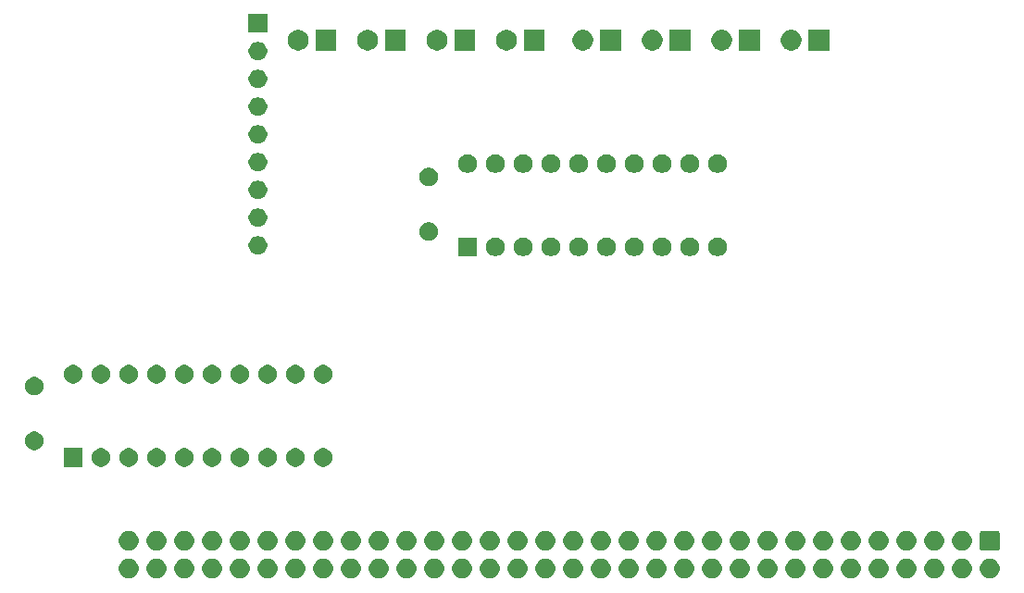
<source format=gts>
G04 #@! TF.GenerationSoftware,KiCad,Pcbnew,5.1.6-c6e7f7d~87~ubuntu18.04.1*
G04 #@! TF.CreationDate,2020-09-06T16:42:54+12:00*
G04 #@! TF.ProjectId,M1 Temp Register,4d312054-656d-4702-9052-656769737465,rev?*
G04 #@! TF.SameCoordinates,Original*
G04 #@! TF.FileFunction,Soldermask,Top*
G04 #@! TF.FilePolarity,Negative*
%FSLAX46Y46*%
G04 Gerber Fmt 4.6, Leading zero omitted, Abs format (unit mm)*
G04 Created by KiCad (PCBNEW 5.1.6-c6e7f7d~87~ubuntu18.04.1) date 2020-09-06 16:42:54*
%MOMM*%
%LPD*%
G01*
G04 APERTURE LIST*
%ADD10C,0.100000*%
G04 APERTURE END LIST*
D10*
G36*
X174230512Y-137152927D02*
G01*
X174379812Y-137182624D01*
X174543784Y-137250544D01*
X174691354Y-137349147D01*
X174816853Y-137474646D01*
X174915456Y-137622216D01*
X174983376Y-137786188D01*
X175018000Y-137960259D01*
X175018000Y-138137741D01*
X174983376Y-138311812D01*
X174915456Y-138475784D01*
X174816853Y-138623354D01*
X174691354Y-138748853D01*
X174543784Y-138847456D01*
X174379812Y-138915376D01*
X174230512Y-138945073D01*
X174205742Y-138950000D01*
X174028258Y-138950000D01*
X174003488Y-138945073D01*
X173854188Y-138915376D01*
X173690216Y-138847456D01*
X173542646Y-138748853D01*
X173417147Y-138623354D01*
X173318544Y-138475784D01*
X173250624Y-138311812D01*
X173216000Y-138137741D01*
X173216000Y-137960259D01*
X173250624Y-137786188D01*
X173318544Y-137622216D01*
X173417147Y-137474646D01*
X173542646Y-137349147D01*
X173690216Y-137250544D01*
X173854188Y-137182624D01*
X174003488Y-137152927D01*
X174028258Y-137148000D01*
X174205742Y-137148000D01*
X174230512Y-137152927D01*
G37*
G36*
X176770512Y-137152927D02*
G01*
X176919812Y-137182624D01*
X177083784Y-137250544D01*
X177231354Y-137349147D01*
X177356853Y-137474646D01*
X177455456Y-137622216D01*
X177523376Y-137786188D01*
X177558000Y-137960259D01*
X177558000Y-138137741D01*
X177523376Y-138311812D01*
X177455456Y-138475784D01*
X177356853Y-138623354D01*
X177231354Y-138748853D01*
X177083784Y-138847456D01*
X176919812Y-138915376D01*
X176770512Y-138945073D01*
X176745742Y-138950000D01*
X176568258Y-138950000D01*
X176543488Y-138945073D01*
X176394188Y-138915376D01*
X176230216Y-138847456D01*
X176082646Y-138748853D01*
X175957147Y-138623354D01*
X175858544Y-138475784D01*
X175790624Y-138311812D01*
X175756000Y-138137741D01*
X175756000Y-137960259D01*
X175790624Y-137786188D01*
X175858544Y-137622216D01*
X175957147Y-137474646D01*
X176082646Y-137349147D01*
X176230216Y-137250544D01*
X176394188Y-137182624D01*
X176543488Y-137152927D01*
X176568258Y-137148000D01*
X176745742Y-137148000D01*
X176770512Y-137152927D01*
G37*
G36*
X156450512Y-137152927D02*
G01*
X156599812Y-137182624D01*
X156763784Y-137250544D01*
X156911354Y-137349147D01*
X157036853Y-137474646D01*
X157135456Y-137622216D01*
X157203376Y-137786188D01*
X157238000Y-137960259D01*
X157238000Y-138137741D01*
X157203376Y-138311812D01*
X157135456Y-138475784D01*
X157036853Y-138623354D01*
X156911354Y-138748853D01*
X156763784Y-138847456D01*
X156599812Y-138915376D01*
X156450512Y-138945073D01*
X156425742Y-138950000D01*
X156248258Y-138950000D01*
X156223488Y-138945073D01*
X156074188Y-138915376D01*
X155910216Y-138847456D01*
X155762646Y-138748853D01*
X155637147Y-138623354D01*
X155538544Y-138475784D01*
X155470624Y-138311812D01*
X155436000Y-138137741D01*
X155436000Y-137960259D01*
X155470624Y-137786188D01*
X155538544Y-137622216D01*
X155637147Y-137474646D01*
X155762646Y-137349147D01*
X155910216Y-137250544D01*
X156074188Y-137182624D01*
X156223488Y-137152927D01*
X156248258Y-137148000D01*
X156425742Y-137148000D01*
X156450512Y-137152927D01*
G37*
G36*
X158990512Y-137152927D02*
G01*
X159139812Y-137182624D01*
X159303784Y-137250544D01*
X159451354Y-137349147D01*
X159576853Y-137474646D01*
X159675456Y-137622216D01*
X159743376Y-137786188D01*
X159778000Y-137960259D01*
X159778000Y-138137741D01*
X159743376Y-138311812D01*
X159675456Y-138475784D01*
X159576853Y-138623354D01*
X159451354Y-138748853D01*
X159303784Y-138847456D01*
X159139812Y-138915376D01*
X158990512Y-138945073D01*
X158965742Y-138950000D01*
X158788258Y-138950000D01*
X158763488Y-138945073D01*
X158614188Y-138915376D01*
X158450216Y-138847456D01*
X158302646Y-138748853D01*
X158177147Y-138623354D01*
X158078544Y-138475784D01*
X158010624Y-138311812D01*
X157976000Y-138137741D01*
X157976000Y-137960259D01*
X158010624Y-137786188D01*
X158078544Y-137622216D01*
X158177147Y-137474646D01*
X158302646Y-137349147D01*
X158450216Y-137250544D01*
X158614188Y-137182624D01*
X158763488Y-137152927D01*
X158788258Y-137148000D01*
X158965742Y-137148000D01*
X158990512Y-137152927D01*
G37*
G36*
X161530512Y-137152927D02*
G01*
X161679812Y-137182624D01*
X161843784Y-137250544D01*
X161991354Y-137349147D01*
X162116853Y-137474646D01*
X162215456Y-137622216D01*
X162283376Y-137786188D01*
X162318000Y-137960259D01*
X162318000Y-138137741D01*
X162283376Y-138311812D01*
X162215456Y-138475784D01*
X162116853Y-138623354D01*
X161991354Y-138748853D01*
X161843784Y-138847456D01*
X161679812Y-138915376D01*
X161530512Y-138945073D01*
X161505742Y-138950000D01*
X161328258Y-138950000D01*
X161303488Y-138945073D01*
X161154188Y-138915376D01*
X160990216Y-138847456D01*
X160842646Y-138748853D01*
X160717147Y-138623354D01*
X160618544Y-138475784D01*
X160550624Y-138311812D01*
X160516000Y-138137741D01*
X160516000Y-137960259D01*
X160550624Y-137786188D01*
X160618544Y-137622216D01*
X160717147Y-137474646D01*
X160842646Y-137349147D01*
X160990216Y-137250544D01*
X161154188Y-137182624D01*
X161303488Y-137152927D01*
X161328258Y-137148000D01*
X161505742Y-137148000D01*
X161530512Y-137152927D01*
G37*
G36*
X164070512Y-137152927D02*
G01*
X164219812Y-137182624D01*
X164383784Y-137250544D01*
X164531354Y-137349147D01*
X164656853Y-137474646D01*
X164755456Y-137622216D01*
X164823376Y-137786188D01*
X164858000Y-137960259D01*
X164858000Y-138137741D01*
X164823376Y-138311812D01*
X164755456Y-138475784D01*
X164656853Y-138623354D01*
X164531354Y-138748853D01*
X164383784Y-138847456D01*
X164219812Y-138915376D01*
X164070512Y-138945073D01*
X164045742Y-138950000D01*
X163868258Y-138950000D01*
X163843488Y-138945073D01*
X163694188Y-138915376D01*
X163530216Y-138847456D01*
X163382646Y-138748853D01*
X163257147Y-138623354D01*
X163158544Y-138475784D01*
X163090624Y-138311812D01*
X163056000Y-138137741D01*
X163056000Y-137960259D01*
X163090624Y-137786188D01*
X163158544Y-137622216D01*
X163257147Y-137474646D01*
X163382646Y-137349147D01*
X163530216Y-137250544D01*
X163694188Y-137182624D01*
X163843488Y-137152927D01*
X163868258Y-137148000D01*
X164045742Y-137148000D01*
X164070512Y-137152927D01*
G37*
G36*
X166610512Y-137152927D02*
G01*
X166759812Y-137182624D01*
X166923784Y-137250544D01*
X167071354Y-137349147D01*
X167196853Y-137474646D01*
X167295456Y-137622216D01*
X167363376Y-137786188D01*
X167398000Y-137960259D01*
X167398000Y-138137741D01*
X167363376Y-138311812D01*
X167295456Y-138475784D01*
X167196853Y-138623354D01*
X167071354Y-138748853D01*
X166923784Y-138847456D01*
X166759812Y-138915376D01*
X166610512Y-138945073D01*
X166585742Y-138950000D01*
X166408258Y-138950000D01*
X166383488Y-138945073D01*
X166234188Y-138915376D01*
X166070216Y-138847456D01*
X165922646Y-138748853D01*
X165797147Y-138623354D01*
X165698544Y-138475784D01*
X165630624Y-138311812D01*
X165596000Y-138137741D01*
X165596000Y-137960259D01*
X165630624Y-137786188D01*
X165698544Y-137622216D01*
X165797147Y-137474646D01*
X165922646Y-137349147D01*
X166070216Y-137250544D01*
X166234188Y-137182624D01*
X166383488Y-137152927D01*
X166408258Y-137148000D01*
X166585742Y-137148000D01*
X166610512Y-137152927D01*
G37*
G36*
X169150512Y-137152927D02*
G01*
X169299812Y-137182624D01*
X169463784Y-137250544D01*
X169611354Y-137349147D01*
X169736853Y-137474646D01*
X169835456Y-137622216D01*
X169903376Y-137786188D01*
X169938000Y-137960259D01*
X169938000Y-138137741D01*
X169903376Y-138311812D01*
X169835456Y-138475784D01*
X169736853Y-138623354D01*
X169611354Y-138748853D01*
X169463784Y-138847456D01*
X169299812Y-138915376D01*
X169150512Y-138945073D01*
X169125742Y-138950000D01*
X168948258Y-138950000D01*
X168923488Y-138945073D01*
X168774188Y-138915376D01*
X168610216Y-138847456D01*
X168462646Y-138748853D01*
X168337147Y-138623354D01*
X168238544Y-138475784D01*
X168170624Y-138311812D01*
X168136000Y-138137741D01*
X168136000Y-137960259D01*
X168170624Y-137786188D01*
X168238544Y-137622216D01*
X168337147Y-137474646D01*
X168462646Y-137349147D01*
X168610216Y-137250544D01*
X168774188Y-137182624D01*
X168923488Y-137152927D01*
X168948258Y-137148000D01*
X169125742Y-137148000D01*
X169150512Y-137152927D01*
G37*
G36*
X171690512Y-137152927D02*
G01*
X171839812Y-137182624D01*
X172003784Y-137250544D01*
X172151354Y-137349147D01*
X172276853Y-137474646D01*
X172375456Y-137622216D01*
X172443376Y-137786188D01*
X172478000Y-137960259D01*
X172478000Y-138137741D01*
X172443376Y-138311812D01*
X172375456Y-138475784D01*
X172276853Y-138623354D01*
X172151354Y-138748853D01*
X172003784Y-138847456D01*
X171839812Y-138915376D01*
X171690512Y-138945073D01*
X171665742Y-138950000D01*
X171488258Y-138950000D01*
X171463488Y-138945073D01*
X171314188Y-138915376D01*
X171150216Y-138847456D01*
X171002646Y-138748853D01*
X170877147Y-138623354D01*
X170778544Y-138475784D01*
X170710624Y-138311812D01*
X170676000Y-138137741D01*
X170676000Y-137960259D01*
X170710624Y-137786188D01*
X170778544Y-137622216D01*
X170877147Y-137474646D01*
X171002646Y-137349147D01*
X171150216Y-137250544D01*
X171314188Y-137182624D01*
X171463488Y-137152927D01*
X171488258Y-137148000D01*
X171665742Y-137148000D01*
X171690512Y-137152927D01*
G37*
G36*
X148830512Y-137152927D02*
G01*
X148979812Y-137182624D01*
X149143784Y-137250544D01*
X149291354Y-137349147D01*
X149416853Y-137474646D01*
X149515456Y-137622216D01*
X149583376Y-137786188D01*
X149618000Y-137960259D01*
X149618000Y-138137741D01*
X149583376Y-138311812D01*
X149515456Y-138475784D01*
X149416853Y-138623354D01*
X149291354Y-138748853D01*
X149143784Y-138847456D01*
X148979812Y-138915376D01*
X148830512Y-138945073D01*
X148805742Y-138950000D01*
X148628258Y-138950000D01*
X148603488Y-138945073D01*
X148454188Y-138915376D01*
X148290216Y-138847456D01*
X148142646Y-138748853D01*
X148017147Y-138623354D01*
X147918544Y-138475784D01*
X147850624Y-138311812D01*
X147816000Y-138137741D01*
X147816000Y-137960259D01*
X147850624Y-137786188D01*
X147918544Y-137622216D01*
X148017147Y-137474646D01*
X148142646Y-137349147D01*
X148290216Y-137250544D01*
X148454188Y-137182624D01*
X148603488Y-137152927D01*
X148628258Y-137148000D01*
X148805742Y-137148000D01*
X148830512Y-137152927D01*
G37*
G36*
X189470512Y-137152927D02*
G01*
X189619812Y-137182624D01*
X189783784Y-137250544D01*
X189931354Y-137349147D01*
X190056853Y-137474646D01*
X190155456Y-137622216D01*
X190223376Y-137786188D01*
X190258000Y-137960259D01*
X190258000Y-138137741D01*
X190223376Y-138311812D01*
X190155456Y-138475784D01*
X190056853Y-138623354D01*
X189931354Y-138748853D01*
X189783784Y-138847456D01*
X189619812Y-138915376D01*
X189470512Y-138945073D01*
X189445742Y-138950000D01*
X189268258Y-138950000D01*
X189243488Y-138945073D01*
X189094188Y-138915376D01*
X188930216Y-138847456D01*
X188782646Y-138748853D01*
X188657147Y-138623354D01*
X188558544Y-138475784D01*
X188490624Y-138311812D01*
X188456000Y-138137741D01*
X188456000Y-137960259D01*
X188490624Y-137786188D01*
X188558544Y-137622216D01*
X188657147Y-137474646D01*
X188782646Y-137349147D01*
X188930216Y-137250544D01*
X189094188Y-137182624D01*
X189243488Y-137152927D01*
X189268258Y-137148000D01*
X189445742Y-137148000D01*
X189470512Y-137152927D01*
G37*
G36*
X179310512Y-137152927D02*
G01*
X179459812Y-137182624D01*
X179623784Y-137250544D01*
X179771354Y-137349147D01*
X179896853Y-137474646D01*
X179995456Y-137622216D01*
X180063376Y-137786188D01*
X180098000Y-137960259D01*
X180098000Y-138137741D01*
X180063376Y-138311812D01*
X179995456Y-138475784D01*
X179896853Y-138623354D01*
X179771354Y-138748853D01*
X179623784Y-138847456D01*
X179459812Y-138915376D01*
X179310512Y-138945073D01*
X179285742Y-138950000D01*
X179108258Y-138950000D01*
X179083488Y-138945073D01*
X178934188Y-138915376D01*
X178770216Y-138847456D01*
X178622646Y-138748853D01*
X178497147Y-138623354D01*
X178398544Y-138475784D01*
X178330624Y-138311812D01*
X178296000Y-138137741D01*
X178296000Y-137960259D01*
X178330624Y-137786188D01*
X178398544Y-137622216D01*
X178497147Y-137474646D01*
X178622646Y-137349147D01*
X178770216Y-137250544D01*
X178934188Y-137182624D01*
X179083488Y-137152927D01*
X179108258Y-137148000D01*
X179285742Y-137148000D01*
X179310512Y-137152927D01*
G37*
G36*
X181850512Y-137152927D02*
G01*
X181999812Y-137182624D01*
X182163784Y-137250544D01*
X182311354Y-137349147D01*
X182436853Y-137474646D01*
X182535456Y-137622216D01*
X182603376Y-137786188D01*
X182638000Y-137960259D01*
X182638000Y-138137741D01*
X182603376Y-138311812D01*
X182535456Y-138475784D01*
X182436853Y-138623354D01*
X182311354Y-138748853D01*
X182163784Y-138847456D01*
X181999812Y-138915376D01*
X181850512Y-138945073D01*
X181825742Y-138950000D01*
X181648258Y-138950000D01*
X181623488Y-138945073D01*
X181474188Y-138915376D01*
X181310216Y-138847456D01*
X181162646Y-138748853D01*
X181037147Y-138623354D01*
X180938544Y-138475784D01*
X180870624Y-138311812D01*
X180836000Y-138137741D01*
X180836000Y-137960259D01*
X180870624Y-137786188D01*
X180938544Y-137622216D01*
X181037147Y-137474646D01*
X181162646Y-137349147D01*
X181310216Y-137250544D01*
X181474188Y-137182624D01*
X181623488Y-137152927D01*
X181648258Y-137148000D01*
X181825742Y-137148000D01*
X181850512Y-137152927D01*
G37*
G36*
X184390512Y-137152927D02*
G01*
X184539812Y-137182624D01*
X184703784Y-137250544D01*
X184851354Y-137349147D01*
X184976853Y-137474646D01*
X185075456Y-137622216D01*
X185143376Y-137786188D01*
X185178000Y-137960259D01*
X185178000Y-138137741D01*
X185143376Y-138311812D01*
X185075456Y-138475784D01*
X184976853Y-138623354D01*
X184851354Y-138748853D01*
X184703784Y-138847456D01*
X184539812Y-138915376D01*
X184390512Y-138945073D01*
X184365742Y-138950000D01*
X184188258Y-138950000D01*
X184163488Y-138945073D01*
X184014188Y-138915376D01*
X183850216Y-138847456D01*
X183702646Y-138748853D01*
X183577147Y-138623354D01*
X183478544Y-138475784D01*
X183410624Y-138311812D01*
X183376000Y-138137741D01*
X183376000Y-137960259D01*
X183410624Y-137786188D01*
X183478544Y-137622216D01*
X183577147Y-137474646D01*
X183702646Y-137349147D01*
X183850216Y-137250544D01*
X184014188Y-137182624D01*
X184163488Y-137152927D01*
X184188258Y-137148000D01*
X184365742Y-137148000D01*
X184390512Y-137152927D01*
G37*
G36*
X186930512Y-137152927D02*
G01*
X187079812Y-137182624D01*
X187243784Y-137250544D01*
X187391354Y-137349147D01*
X187516853Y-137474646D01*
X187615456Y-137622216D01*
X187683376Y-137786188D01*
X187718000Y-137960259D01*
X187718000Y-138137741D01*
X187683376Y-138311812D01*
X187615456Y-138475784D01*
X187516853Y-138623354D01*
X187391354Y-138748853D01*
X187243784Y-138847456D01*
X187079812Y-138915376D01*
X186930512Y-138945073D01*
X186905742Y-138950000D01*
X186728258Y-138950000D01*
X186703488Y-138945073D01*
X186554188Y-138915376D01*
X186390216Y-138847456D01*
X186242646Y-138748853D01*
X186117147Y-138623354D01*
X186018544Y-138475784D01*
X185950624Y-138311812D01*
X185916000Y-138137741D01*
X185916000Y-137960259D01*
X185950624Y-137786188D01*
X186018544Y-137622216D01*
X186117147Y-137474646D01*
X186242646Y-137349147D01*
X186390216Y-137250544D01*
X186554188Y-137182624D01*
X186703488Y-137152927D01*
X186728258Y-137148000D01*
X186905742Y-137148000D01*
X186930512Y-137152927D01*
G37*
G36*
X153910512Y-137152927D02*
G01*
X154059812Y-137182624D01*
X154223784Y-137250544D01*
X154371354Y-137349147D01*
X154496853Y-137474646D01*
X154595456Y-137622216D01*
X154663376Y-137786188D01*
X154698000Y-137960259D01*
X154698000Y-138137741D01*
X154663376Y-138311812D01*
X154595456Y-138475784D01*
X154496853Y-138623354D01*
X154371354Y-138748853D01*
X154223784Y-138847456D01*
X154059812Y-138915376D01*
X153910512Y-138945073D01*
X153885742Y-138950000D01*
X153708258Y-138950000D01*
X153683488Y-138945073D01*
X153534188Y-138915376D01*
X153370216Y-138847456D01*
X153222646Y-138748853D01*
X153097147Y-138623354D01*
X152998544Y-138475784D01*
X152930624Y-138311812D01*
X152896000Y-138137741D01*
X152896000Y-137960259D01*
X152930624Y-137786188D01*
X152998544Y-137622216D01*
X153097147Y-137474646D01*
X153222646Y-137349147D01*
X153370216Y-137250544D01*
X153534188Y-137182624D01*
X153683488Y-137152927D01*
X153708258Y-137148000D01*
X153885742Y-137148000D01*
X153910512Y-137152927D01*
G37*
G36*
X128510512Y-137152927D02*
G01*
X128659812Y-137182624D01*
X128823784Y-137250544D01*
X128971354Y-137349147D01*
X129096853Y-137474646D01*
X129195456Y-137622216D01*
X129263376Y-137786188D01*
X129298000Y-137960259D01*
X129298000Y-138137741D01*
X129263376Y-138311812D01*
X129195456Y-138475784D01*
X129096853Y-138623354D01*
X128971354Y-138748853D01*
X128823784Y-138847456D01*
X128659812Y-138915376D01*
X128510512Y-138945073D01*
X128485742Y-138950000D01*
X128308258Y-138950000D01*
X128283488Y-138945073D01*
X128134188Y-138915376D01*
X127970216Y-138847456D01*
X127822646Y-138748853D01*
X127697147Y-138623354D01*
X127598544Y-138475784D01*
X127530624Y-138311812D01*
X127496000Y-138137741D01*
X127496000Y-137960259D01*
X127530624Y-137786188D01*
X127598544Y-137622216D01*
X127697147Y-137474646D01*
X127822646Y-137349147D01*
X127970216Y-137250544D01*
X128134188Y-137182624D01*
X128283488Y-137152927D01*
X128308258Y-137148000D01*
X128485742Y-137148000D01*
X128510512Y-137152927D01*
G37*
G36*
X113270512Y-137152927D02*
G01*
X113419812Y-137182624D01*
X113583784Y-137250544D01*
X113731354Y-137349147D01*
X113856853Y-137474646D01*
X113955456Y-137622216D01*
X114023376Y-137786188D01*
X114058000Y-137960259D01*
X114058000Y-138137741D01*
X114023376Y-138311812D01*
X113955456Y-138475784D01*
X113856853Y-138623354D01*
X113731354Y-138748853D01*
X113583784Y-138847456D01*
X113419812Y-138915376D01*
X113270512Y-138945073D01*
X113245742Y-138950000D01*
X113068258Y-138950000D01*
X113043488Y-138945073D01*
X112894188Y-138915376D01*
X112730216Y-138847456D01*
X112582646Y-138748853D01*
X112457147Y-138623354D01*
X112358544Y-138475784D01*
X112290624Y-138311812D01*
X112256000Y-138137741D01*
X112256000Y-137960259D01*
X112290624Y-137786188D01*
X112358544Y-137622216D01*
X112457147Y-137474646D01*
X112582646Y-137349147D01*
X112730216Y-137250544D01*
X112894188Y-137182624D01*
X113043488Y-137152927D01*
X113068258Y-137148000D01*
X113245742Y-137148000D01*
X113270512Y-137152927D01*
G37*
G36*
X192010512Y-137152927D02*
G01*
X192159812Y-137182624D01*
X192323784Y-137250544D01*
X192471354Y-137349147D01*
X192596853Y-137474646D01*
X192695456Y-137622216D01*
X192763376Y-137786188D01*
X192798000Y-137960259D01*
X192798000Y-138137741D01*
X192763376Y-138311812D01*
X192695456Y-138475784D01*
X192596853Y-138623354D01*
X192471354Y-138748853D01*
X192323784Y-138847456D01*
X192159812Y-138915376D01*
X192010512Y-138945073D01*
X191985742Y-138950000D01*
X191808258Y-138950000D01*
X191783488Y-138945073D01*
X191634188Y-138915376D01*
X191470216Y-138847456D01*
X191322646Y-138748853D01*
X191197147Y-138623354D01*
X191098544Y-138475784D01*
X191030624Y-138311812D01*
X190996000Y-138137741D01*
X190996000Y-137960259D01*
X191030624Y-137786188D01*
X191098544Y-137622216D01*
X191197147Y-137474646D01*
X191322646Y-137349147D01*
X191470216Y-137250544D01*
X191634188Y-137182624D01*
X191783488Y-137152927D01*
X191808258Y-137148000D01*
X191985742Y-137148000D01*
X192010512Y-137152927D01*
G37*
G36*
X146290512Y-137152927D02*
G01*
X146439812Y-137182624D01*
X146603784Y-137250544D01*
X146751354Y-137349147D01*
X146876853Y-137474646D01*
X146975456Y-137622216D01*
X147043376Y-137786188D01*
X147078000Y-137960259D01*
X147078000Y-138137741D01*
X147043376Y-138311812D01*
X146975456Y-138475784D01*
X146876853Y-138623354D01*
X146751354Y-138748853D01*
X146603784Y-138847456D01*
X146439812Y-138915376D01*
X146290512Y-138945073D01*
X146265742Y-138950000D01*
X146088258Y-138950000D01*
X146063488Y-138945073D01*
X145914188Y-138915376D01*
X145750216Y-138847456D01*
X145602646Y-138748853D01*
X145477147Y-138623354D01*
X145378544Y-138475784D01*
X145310624Y-138311812D01*
X145276000Y-138137741D01*
X145276000Y-137960259D01*
X145310624Y-137786188D01*
X145378544Y-137622216D01*
X145477147Y-137474646D01*
X145602646Y-137349147D01*
X145750216Y-137250544D01*
X145914188Y-137182624D01*
X146063488Y-137152927D01*
X146088258Y-137148000D01*
X146265742Y-137148000D01*
X146290512Y-137152927D01*
G37*
G36*
X143750512Y-137152927D02*
G01*
X143899812Y-137182624D01*
X144063784Y-137250544D01*
X144211354Y-137349147D01*
X144336853Y-137474646D01*
X144435456Y-137622216D01*
X144503376Y-137786188D01*
X144538000Y-137960259D01*
X144538000Y-138137741D01*
X144503376Y-138311812D01*
X144435456Y-138475784D01*
X144336853Y-138623354D01*
X144211354Y-138748853D01*
X144063784Y-138847456D01*
X143899812Y-138915376D01*
X143750512Y-138945073D01*
X143725742Y-138950000D01*
X143548258Y-138950000D01*
X143523488Y-138945073D01*
X143374188Y-138915376D01*
X143210216Y-138847456D01*
X143062646Y-138748853D01*
X142937147Y-138623354D01*
X142838544Y-138475784D01*
X142770624Y-138311812D01*
X142736000Y-138137741D01*
X142736000Y-137960259D01*
X142770624Y-137786188D01*
X142838544Y-137622216D01*
X142937147Y-137474646D01*
X143062646Y-137349147D01*
X143210216Y-137250544D01*
X143374188Y-137182624D01*
X143523488Y-137152927D01*
X143548258Y-137148000D01*
X143725742Y-137148000D01*
X143750512Y-137152927D01*
G37*
G36*
X141210512Y-137152927D02*
G01*
X141359812Y-137182624D01*
X141523784Y-137250544D01*
X141671354Y-137349147D01*
X141796853Y-137474646D01*
X141895456Y-137622216D01*
X141963376Y-137786188D01*
X141998000Y-137960259D01*
X141998000Y-138137741D01*
X141963376Y-138311812D01*
X141895456Y-138475784D01*
X141796853Y-138623354D01*
X141671354Y-138748853D01*
X141523784Y-138847456D01*
X141359812Y-138915376D01*
X141210512Y-138945073D01*
X141185742Y-138950000D01*
X141008258Y-138950000D01*
X140983488Y-138945073D01*
X140834188Y-138915376D01*
X140670216Y-138847456D01*
X140522646Y-138748853D01*
X140397147Y-138623354D01*
X140298544Y-138475784D01*
X140230624Y-138311812D01*
X140196000Y-138137741D01*
X140196000Y-137960259D01*
X140230624Y-137786188D01*
X140298544Y-137622216D01*
X140397147Y-137474646D01*
X140522646Y-137349147D01*
X140670216Y-137250544D01*
X140834188Y-137182624D01*
X140983488Y-137152927D01*
X141008258Y-137148000D01*
X141185742Y-137148000D01*
X141210512Y-137152927D01*
G37*
G36*
X138670512Y-137152927D02*
G01*
X138819812Y-137182624D01*
X138983784Y-137250544D01*
X139131354Y-137349147D01*
X139256853Y-137474646D01*
X139355456Y-137622216D01*
X139423376Y-137786188D01*
X139458000Y-137960259D01*
X139458000Y-138137741D01*
X139423376Y-138311812D01*
X139355456Y-138475784D01*
X139256853Y-138623354D01*
X139131354Y-138748853D01*
X138983784Y-138847456D01*
X138819812Y-138915376D01*
X138670512Y-138945073D01*
X138645742Y-138950000D01*
X138468258Y-138950000D01*
X138443488Y-138945073D01*
X138294188Y-138915376D01*
X138130216Y-138847456D01*
X137982646Y-138748853D01*
X137857147Y-138623354D01*
X137758544Y-138475784D01*
X137690624Y-138311812D01*
X137656000Y-138137741D01*
X137656000Y-137960259D01*
X137690624Y-137786188D01*
X137758544Y-137622216D01*
X137857147Y-137474646D01*
X137982646Y-137349147D01*
X138130216Y-137250544D01*
X138294188Y-137182624D01*
X138443488Y-137152927D01*
X138468258Y-137148000D01*
X138645742Y-137148000D01*
X138670512Y-137152927D01*
G37*
G36*
X136130512Y-137152927D02*
G01*
X136279812Y-137182624D01*
X136443784Y-137250544D01*
X136591354Y-137349147D01*
X136716853Y-137474646D01*
X136815456Y-137622216D01*
X136883376Y-137786188D01*
X136918000Y-137960259D01*
X136918000Y-138137741D01*
X136883376Y-138311812D01*
X136815456Y-138475784D01*
X136716853Y-138623354D01*
X136591354Y-138748853D01*
X136443784Y-138847456D01*
X136279812Y-138915376D01*
X136130512Y-138945073D01*
X136105742Y-138950000D01*
X135928258Y-138950000D01*
X135903488Y-138945073D01*
X135754188Y-138915376D01*
X135590216Y-138847456D01*
X135442646Y-138748853D01*
X135317147Y-138623354D01*
X135218544Y-138475784D01*
X135150624Y-138311812D01*
X135116000Y-138137741D01*
X135116000Y-137960259D01*
X135150624Y-137786188D01*
X135218544Y-137622216D01*
X135317147Y-137474646D01*
X135442646Y-137349147D01*
X135590216Y-137250544D01*
X135754188Y-137182624D01*
X135903488Y-137152927D01*
X135928258Y-137148000D01*
X136105742Y-137148000D01*
X136130512Y-137152927D01*
G37*
G36*
X133590512Y-137152927D02*
G01*
X133739812Y-137182624D01*
X133903784Y-137250544D01*
X134051354Y-137349147D01*
X134176853Y-137474646D01*
X134275456Y-137622216D01*
X134343376Y-137786188D01*
X134378000Y-137960259D01*
X134378000Y-138137741D01*
X134343376Y-138311812D01*
X134275456Y-138475784D01*
X134176853Y-138623354D01*
X134051354Y-138748853D01*
X133903784Y-138847456D01*
X133739812Y-138915376D01*
X133590512Y-138945073D01*
X133565742Y-138950000D01*
X133388258Y-138950000D01*
X133363488Y-138945073D01*
X133214188Y-138915376D01*
X133050216Y-138847456D01*
X132902646Y-138748853D01*
X132777147Y-138623354D01*
X132678544Y-138475784D01*
X132610624Y-138311812D01*
X132576000Y-138137741D01*
X132576000Y-137960259D01*
X132610624Y-137786188D01*
X132678544Y-137622216D01*
X132777147Y-137474646D01*
X132902646Y-137349147D01*
X133050216Y-137250544D01*
X133214188Y-137182624D01*
X133363488Y-137152927D01*
X133388258Y-137148000D01*
X133565742Y-137148000D01*
X133590512Y-137152927D01*
G37*
G36*
X131050512Y-137152927D02*
G01*
X131199812Y-137182624D01*
X131363784Y-137250544D01*
X131511354Y-137349147D01*
X131636853Y-137474646D01*
X131735456Y-137622216D01*
X131803376Y-137786188D01*
X131838000Y-137960259D01*
X131838000Y-138137741D01*
X131803376Y-138311812D01*
X131735456Y-138475784D01*
X131636853Y-138623354D01*
X131511354Y-138748853D01*
X131363784Y-138847456D01*
X131199812Y-138915376D01*
X131050512Y-138945073D01*
X131025742Y-138950000D01*
X130848258Y-138950000D01*
X130823488Y-138945073D01*
X130674188Y-138915376D01*
X130510216Y-138847456D01*
X130362646Y-138748853D01*
X130237147Y-138623354D01*
X130138544Y-138475784D01*
X130070624Y-138311812D01*
X130036000Y-138137741D01*
X130036000Y-137960259D01*
X130070624Y-137786188D01*
X130138544Y-137622216D01*
X130237147Y-137474646D01*
X130362646Y-137349147D01*
X130510216Y-137250544D01*
X130674188Y-137182624D01*
X130823488Y-137152927D01*
X130848258Y-137148000D01*
X131025742Y-137148000D01*
X131050512Y-137152927D01*
G37*
G36*
X151370512Y-137152927D02*
G01*
X151519812Y-137182624D01*
X151683784Y-137250544D01*
X151831354Y-137349147D01*
X151956853Y-137474646D01*
X152055456Y-137622216D01*
X152123376Y-137786188D01*
X152158000Y-137960259D01*
X152158000Y-138137741D01*
X152123376Y-138311812D01*
X152055456Y-138475784D01*
X151956853Y-138623354D01*
X151831354Y-138748853D01*
X151683784Y-138847456D01*
X151519812Y-138915376D01*
X151370512Y-138945073D01*
X151345742Y-138950000D01*
X151168258Y-138950000D01*
X151143488Y-138945073D01*
X150994188Y-138915376D01*
X150830216Y-138847456D01*
X150682646Y-138748853D01*
X150557147Y-138623354D01*
X150458544Y-138475784D01*
X150390624Y-138311812D01*
X150356000Y-138137741D01*
X150356000Y-137960259D01*
X150390624Y-137786188D01*
X150458544Y-137622216D01*
X150557147Y-137474646D01*
X150682646Y-137349147D01*
X150830216Y-137250544D01*
X150994188Y-137182624D01*
X151143488Y-137152927D01*
X151168258Y-137148000D01*
X151345742Y-137148000D01*
X151370512Y-137152927D01*
G37*
G36*
X125970512Y-137152927D02*
G01*
X126119812Y-137182624D01*
X126283784Y-137250544D01*
X126431354Y-137349147D01*
X126556853Y-137474646D01*
X126655456Y-137622216D01*
X126723376Y-137786188D01*
X126758000Y-137960259D01*
X126758000Y-138137741D01*
X126723376Y-138311812D01*
X126655456Y-138475784D01*
X126556853Y-138623354D01*
X126431354Y-138748853D01*
X126283784Y-138847456D01*
X126119812Y-138915376D01*
X125970512Y-138945073D01*
X125945742Y-138950000D01*
X125768258Y-138950000D01*
X125743488Y-138945073D01*
X125594188Y-138915376D01*
X125430216Y-138847456D01*
X125282646Y-138748853D01*
X125157147Y-138623354D01*
X125058544Y-138475784D01*
X124990624Y-138311812D01*
X124956000Y-138137741D01*
X124956000Y-137960259D01*
X124990624Y-137786188D01*
X125058544Y-137622216D01*
X125157147Y-137474646D01*
X125282646Y-137349147D01*
X125430216Y-137250544D01*
X125594188Y-137182624D01*
X125743488Y-137152927D01*
X125768258Y-137148000D01*
X125945742Y-137148000D01*
X125970512Y-137152927D01*
G37*
G36*
X123430512Y-137152927D02*
G01*
X123579812Y-137182624D01*
X123743784Y-137250544D01*
X123891354Y-137349147D01*
X124016853Y-137474646D01*
X124115456Y-137622216D01*
X124183376Y-137786188D01*
X124218000Y-137960259D01*
X124218000Y-138137741D01*
X124183376Y-138311812D01*
X124115456Y-138475784D01*
X124016853Y-138623354D01*
X123891354Y-138748853D01*
X123743784Y-138847456D01*
X123579812Y-138915376D01*
X123430512Y-138945073D01*
X123405742Y-138950000D01*
X123228258Y-138950000D01*
X123203488Y-138945073D01*
X123054188Y-138915376D01*
X122890216Y-138847456D01*
X122742646Y-138748853D01*
X122617147Y-138623354D01*
X122518544Y-138475784D01*
X122450624Y-138311812D01*
X122416000Y-138137741D01*
X122416000Y-137960259D01*
X122450624Y-137786188D01*
X122518544Y-137622216D01*
X122617147Y-137474646D01*
X122742646Y-137349147D01*
X122890216Y-137250544D01*
X123054188Y-137182624D01*
X123203488Y-137152927D01*
X123228258Y-137148000D01*
X123405742Y-137148000D01*
X123430512Y-137152927D01*
G37*
G36*
X120890512Y-137152927D02*
G01*
X121039812Y-137182624D01*
X121203784Y-137250544D01*
X121351354Y-137349147D01*
X121476853Y-137474646D01*
X121575456Y-137622216D01*
X121643376Y-137786188D01*
X121678000Y-137960259D01*
X121678000Y-138137741D01*
X121643376Y-138311812D01*
X121575456Y-138475784D01*
X121476853Y-138623354D01*
X121351354Y-138748853D01*
X121203784Y-138847456D01*
X121039812Y-138915376D01*
X120890512Y-138945073D01*
X120865742Y-138950000D01*
X120688258Y-138950000D01*
X120663488Y-138945073D01*
X120514188Y-138915376D01*
X120350216Y-138847456D01*
X120202646Y-138748853D01*
X120077147Y-138623354D01*
X119978544Y-138475784D01*
X119910624Y-138311812D01*
X119876000Y-138137741D01*
X119876000Y-137960259D01*
X119910624Y-137786188D01*
X119978544Y-137622216D01*
X120077147Y-137474646D01*
X120202646Y-137349147D01*
X120350216Y-137250544D01*
X120514188Y-137182624D01*
X120663488Y-137152927D01*
X120688258Y-137148000D01*
X120865742Y-137148000D01*
X120890512Y-137152927D01*
G37*
G36*
X118350512Y-137152927D02*
G01*
X118499812Y-137182624D01*
X118663784Y-137250544D01*
X118811354Y-137349147D01*
X118936853Y-137474646D01*
X119035456Y-137622216D01*
X119103376Y-137786188D01*
X119138000Y-137960259D01*
X119138000Y-138137741D01*
X119103376Y-138311812D01*
X119035456Y-138475784D01*
X118936853Y-138623354D01*
X118811354Y-138748853D01*
X118663784Y-138847456D01*
X118499812Y-138915376D01*
X118350512Y-138945073D01*
X118325742Y-138950000D01*
X118148258Y-138950000D01*
X118123488Y-138945073D01*
X117974188Y-138915376D01*
X117810216Y-138847456D01*
X117662646Y-138748853D01*
X117537147Y-138623354D01*
X117438544Y-138475784D01*
X117370624Y-138311812D01*
X117336000Y-138137741D01*
X117336000Y-137960259D01*
X117370624Y-137786188D01*
X117438544Y-137622216D01*
X117537147Y-137474646D01*
X117662646Y-137349147D01*
X117810216Y-137250544D01*
X117974188Y-137182624D01*
X118123488Y-137152927D01*
X118148258Y-137148000D01*
X118325742Y-137148000D01*
X118350512Y-137152927D01*
G37*
G36*
X115810512Y-137152927D02*
G01*
X115959812Y-137182624D01*
X116123784Y-137250544D01*
X116271354Y-137349147D01*
X116396853Y-137474646D01*
X116495456Y-137622216D01*
X116563376Y-137786188D01*
X116598000Y-137960259D01*
X116598000Y-138137741D01*
X116563376Y-138311812D01*
X116495456Y-138475784D01*
X116396853Y-138623354D01*
X116271354Y-138748853D01*
X116123784Y-138847456D01*
X115959812Y-138915376D01*
X115810512Y-138945073D01*
X115785742Y-138950000D01*
X115608258Y-138950000D01*
X115583488Y-138945073D01*
X115434188Y-138915376D01*
X115270216Y-138847456D01*
X115122646Y-138748853D01*
X114997147Y-138623354D01*
X114898544Y-138475784D01*
X114830624Y-138311812D01*
X114796000Y-138137741D01*
X114796000Y-137960259D01*
X114830624Y-137786188D01*
X114898544Y-137622216D01*
X114997147Y-137474646D01*
X115122646Y-137349147D01*
X115270216Y-137250544D01*
X115434188Y-137182624D01*
X115583488Y-137152927D01*
X115608258Y-137148000D01*
X115785742Y-137148000D01*
X115810512Y-137152927D01*
G37*
G36*
X166605796Y-134611989D02*
G01*
X166759812Y-134642624D01*
X166923784Y-134710544D01*
X167071354Y-134809147D01*
X167196853Y-134934646D01*
X167295456Y-135082216D01*
X167363376Y-135246188D01*
X167398000Y-135420259D01*
X167398000Y-135597741D01*
X167363376Y-135771812D01*
X167295456Y-135935784D01*
X167196853Y-136083354D01*
X167071354Y-136208853D01*
X166923784Y-136307456D01*
X166759812Y-136375376D01*
X166611341Y-136404908D01*
X166585742Y-136410000D01*
X166408258Y-136410000D01*
X166382659Y-136404908D01*
X166234188Y-136375376D01*
X166070216Y-136307456D01*
X165922646Y-136208853D01*
X165797147Y-136083354D01*
X165698544Y-135935784D01*
X165630624Y-135771812D01*
X165596000Y-135597741D01*
X165596000Y-135420259D01*
X165630624Y-135246188D01*
X165698544Y-135082216D01*
X165797147Y-134934646D01*
X165922646Y-134809147D01*
X166070216Y-134710544D01*
X166234188Y-134642624D01*
X166388204Y-134611989D01*
X166408258Y-134608000D01*
X166585742Y-134608000D01*
X166605796Y-134611989D01*
G37*
G36*
X169145796Y-134611989D02*
G01*
X169299812Y-134642624D01*
X169463784Y-134710544D01*
X169611354Y-134809147D01*
X169736853Y-134934646D01*
X169835456Y-135082216D01*
X169903376Y-135246188D01*
X169938000Y-135420259D01*
X169938000Y-135597741D01*
X169903376Y-135771812D01*
X169835456Y-135935784D01*
X169736853Y-136083354D01*
X169611354Y-136208853D01*
X169463784Y-136307456D01*
X169299812Y-136375376D01*
X169151341Y-136404908D01*
X169125742Y-136410000D01*
X168948258Y-136410000D01*
X168922659Y-136404908D01*
X168774188Y-136375376D01*
X168610216Y-136307456D01*
X168462646Y-136208853D01*
X168337147Y-136083354D01*
X168238544Y-135935784D01*
X168170624Y-135771812D01*
X168136000Y-135597741D01*
X168136000Y-135420259D01*
X168170624Y-135246188D01*
X168238544Y-135082216D01*
X168337147Y-134934646D01*
X168462646Y-134809147D01*
X168610216Y-134710544D01*
X168774188Y-134642624D01*
X168928204Y-134611989D01*
X168948258Y-134608000D01*
X169125742Y-134608000D01*
X169145796Y-134611989D01*
G37*
G36*
X171685796Y-134611989D02*
G01*
X171839812Y-134642624D01*
X172003784Y-134710544D01*
X172151354Y-134809147D01*
X172276853Y-134934646D01*
X172375456Y-135082216D01*
X172443376Y-135246188D01*
X172478000Y-135420259D01*
X172478000Y-135597741D01*
X172443376Y-135771812D01*
X172375456Y-135935784D01*
X172276853Y-136083354D01*
X172151354Y-136208853D01*
X172003784Y-136307456D01*
X171839812Y-136375376D01*
X171691341Y-136404908D01*
X171665742Y-136410000D01*
X171488258Y-136410000D01*
X171462659Y-136404908D01*
X171314188Y-136375376D01*
X171150216Y-136307456D01*
X171002646Y-136208853D01*
X170877147Y-136083354D01*
X170778544Y-135935784D01*
X170710624Y-135771812D01*
X170676000Y-135597741D01*
X170676000Y-135420259D01*
X170710624Y-135246188D01*
X170778544Y-135082216D01*
X170877147Y-134934646D01*
X171002646Y-134809147D01*
X171150216Y-134710544D01*
X171314188Y-134642624D01*
X171468204Y-134611989D01*
X171488258Y-134608000D01*
X171665742Y-134608000D01*
X171685796Y-134611989D01*
G37*
G36*
X141205796Y-134611989D02*
G01*
X141359812Y-134642624D01*
X141523784Y-134710544D01*
X141671354Y-134809147D01*
X141796853Y-134934646D01*
X141895456Y-135082216D01*
X141963376Y-135246188D01*
X141998000Y-135420259D01*
X141998000Y-135597741D01*
X141963376Y-135771812D01*
X141895456Y-135935784D01*
X141796853Y-136083354D01*
X141671354Y-136208853D01*
X141523784Y-136307456D01*
X141359812Y-136375376D01*
X141211341Y-136404908D01*
X141185742Y-136410000D01*
X141008258Y-136410000D01*
X140982659Y-136404908D01*
X140834188Y-136375376D01*
X140670216Y-136307456D01*
X140522646Y-136208853D01*
X140397147Y-136083354D01*
X140298544Y-135935784D01*
X140230624Y-135771812D01*
X140196000Y-135597741D01*
X140196000Y-135420259D01*
X140230624Y-135246188D01*
X140298544Y-135082216D01*
X140397147Y-134934646D01*
X140522646Y-134809147D01*
X140670216Y-134710544D01*
X140834188Y-134642624D01*
X140988204Y-134611989D01*
X141008258Y-134608000D01*
X141185742Y-134608000D01*
X141205796Y-134611989D01*
G37*
G36*
X176765796Y-134611989D02*
G01*
X176919812Y-134642624D01*
X177083784Y-134710544D01*
X177231354Y-134809147D01*
X177356853Y-134934646D01*
X177455456Y-135082216D01*
X177523376Y-135246188D01*
X177558000Y-135420259D01*
X177558000Y-135597741D01*
X177523376Y-135771812D01*
X177455456Y-135935784D01*
X177356853Y-136083354D01*
X177231354Y-136208853D01*
X177083784Y-136307456D01*
X176919812Y-136375376D01*
X176771341Y-136404908D01*
X176745742Y-136410000D01*
X176568258Y-136410000D01*
X176542659Y-136404908D01*
X176394188Y-136375376D01*
X176230216Y-136307456D01*
X176082646Y-136208853D01*
X175957147Y-136083354D01*
X175858544Y-135935784D01*
X175790624Y-135771812D01*
X175756000Y-135597741D01*
X175756000Y-135420259D01*
X175790624Y-135246188D01*
X175858544Y-135082216D01*
X175957147Y-134934646D01*
X176082646Y-134809147D01*
X176230216Y-134710544D01*
X176394188Y-134642624D01*
X176548204Y-134611989D01*
X176568258Y-134608000D01*
X176745742Y-134608000D01*
X176765796Y-134611989D01*
G37*
G36*
X179305796Y-134611989D02*
G01*
X179459812Y-134642624D01*
X179623784Y-134710544D01*
X179771354Y-134809147D01*
X179896853Y-134934646D01*
X179995456Y-135082216D01*
X180063376Y-135246188D01*
X180098000Y-135420259D01*
X180098000Y-135597741D01*
X180063376Y-135771812D01*
X179995456Y-135935784D01*
X179896853Y-136083354D01*
X179771354Y-136208853D01*
X179623784Y-136307456D01*
X179459812Y-136375376D01*
X179311341Y-136404908D01*
X179285742Y-136410000D01*
X179108258Y-136410000D01*
X179082659Y-136404908D01*
X178934188Y-136375376D01*
X178770216Y-136307456D01*
X178622646Y-136208853D01*
X178497147Y-136083354D01*
X178398544Y-135935784D01*
X178330624Y-135771812D01*
X178296000Y-135597741D01*
X178296000Y-135420259D01*
X178330624Y-135246188D01*
X178398544Y-135082216D01*
X178497147Y-134934646D01*
X178622646Y-134809147D01*
X178770216Y-134710544D01*
X178934188Y-134642624D01*
X179088204Y-134611989D01*
X179108258Y-134608000D01*
X179285742Y-134608000D01*
X179305796Y-134611989D01*
G37*
G36*
X181845796Y-134611989D02*
G01*
X181999812Y-134642624D01*
X182163784Y-134710544D01*
X182311354Y-134809147D01*
X182436853Y-134934646D01*
X182535456Y-135082216D01*
X182603376Y-135246188D01*
X182638000Y-135420259D01*
X182638000Y-135597741D01*
X182603376Y-135771812D01*
X182535456Y-135935784D01*
X182436853Y-136083354D01*
X182311354Y-136208853D01*
X182163784Y-136307456D01*
X181999812Y-136375376D01*
X181851341Y-136404908D01*
X181825742Y-136410000D01*
X181648258Y-136410000D01*
X181622659Y-136404908D01*
X181474188Y-136375376D01*
X181310216Y-136307456D01*
X181162646Y-136208853D01*
X181037147Y-136083354D01*
X180938544Y-135935784D01*
X180870624Y-135771812D01*
X180836000Y-135597741D01*
X180836000Y-135420259D01*
X180870624Y-135246188D01*
X180938544Y-135082216D01*
X181037147Y-134934646D01*
X181162646Y-134809147D01*
X181310216Y-134710544D01*
X181474188Y-134642624D01*
X181628204Y-134611989D01*
X181648258Y-134608000D01*
X181825742Y-134608000D01*
X181845796Y-134611989D01*
G37*
G36*
X184385796Y-134611989D02*
G01*
X184539812Y-134642624D01*
X184703784Y-134710544D01*
X184851354Y-134809147D01*
X184976853Y-134934646D01*
X185075456Y-135082216D01*
X185143376Y-135246188D01*
X185178000Y-135420259D01*
X185178000Y-135597741D01*
X185143376Y-135771812D01*
X185075456Y-135935784D01*
X184976853Y-136083354D01*
X184851354Y-136208853D01*
X184703784Y-136307456D01*
X184539812Y-136375376D01*
X184391341Y-136404908D01*
X184365742Y-136410000D01*
X184188258Y-136410000D01*
X184162659Y-136404908D01*
X184014188Y-136375376D01*
X183850216Y-136307456D01*
X183702646Y-136208853D01*
X183577147Y-136083354D01*
X183478544Y-135935784D01*
X183410624Y-135771812D01*
X183376000Y-135597741D01*
X183376000Y-135420259D01*
X183410624Y-135246188D01*
X183478544Y-135082216D01*
X183577147Y-134934646D01*
X183702646Y-134809147D01*
X183850216Y-134710544D01*
X184014188Y-134642624D01*
X184168204Y-134611989D01*
X184188258Y-134608000D01*
X184365742Y-134608000D01*
X184385796Y-134611989D01*
G37*
G36*
X189465796Y-134611989D02*
G01*
X189619812Y-134642624D01*
X189783784Y-134710544D01*
X189931354Y-134809147D01*
X190056853Y-134934646D01*
X190155456Y-135082216D01*
X190223376Y-135246188D01*
X190258000Y-135420259D01*
X190258000Y-135597741D01*
X190223376Y-135771812D01*
X190155456Y-135935784D01*
X190056853Y-136083354D01*
X189931354Y-136208853D01*
X189783784Y-136307456D01*
X189619812Y-136375376D01*
X189471341Y-136404908D01*
X189445742Y-136410000D01*
X189268258Y-136410000D01*
X189242659Y-136404908D01*
X189094188Y-136375376D01*
X188930216Y-136307456D01*
X188782646Y-136208853D01*
X188657147Y-136083354D01*
X188558544Y-135935784D01*
X188490624Y-135771812D01*
X188456000Y-135597741D01*
X188456000Y-135420259D01*
X188490624Y-135246188D01*
X188558544Y-135082216D01*
X188657147Y-134934646D01*
X188782646Y-134809147D01*
X188930216Y-134710544D01*
X189094188Y-134642624D01*
X189248204Y-134611989D01*
X189268258Y-134608000D01*
X189445742Y-134608000D01*
X189465796Y-134611989D01*
G37*
G36*
X192655600Y-134611989D02*
G01*
X192688652Y-134622015D01*
X192719103Y-134638292D01*
X192745799Y-134660201D01*
X192767708Y-134686897D01*
X192783985Y-134717348D01*
X192794011Y-134750400D01*
X192798000Y-134790903D01*
X192798000Y-136227097D01*
X192794011Y-136267600D01*
X192783985Y-136300652D01*
X192767708Y-136331103D01*
X192745799Y-136357799D01*
X192719103Y-136379708D01*
X192688652Y-136395985D01*
X192655600Y-136406011D01*
X192615097Y-136410000D01*
X191178903Y-136410000D01*
X191138400Y-136406011D01*
X191105348Y-136395985D01*
X191074897Y-136379708D01*
X191048201Y-136357799D01*
X191026292Y-136331103D01*
X191010015Y-136300652D01*
X190999989Y-136267600D01*
X190996000Y-136227097D01*
X190996000Y-134790903D01*
X190999989Y-134750400D01*
X191010015Y-134717348D01*
X191026292Y-134686897D01*
X191048201Y-134660201D01*
X191074897Y-134638292D01*
X191105348Y-134622015D01*
X191138400Y-134611989D01*
X191178903Y-134608000D01*
X192615097Y-134608000D01*
X192655600Y-134611989D01*
G37*
G36*
X146285796Y-134611989D02*
G01*
X146439812Y-134642624D01*
X146603784Y-134710544D01*
X146751354Y-134809147D01*
X146876853Y-134934646D01*
X146975456Y-135082216D01*
X147043376Y-135246188D01*
X147078000Y-135420259D01*
X147078000Y-135597741D01*
X147043376Y-135771812D01*
X146975456Y-135935784D01*
X146876853Y-136083354D01*
X146751354Y-136208853D01*
X146603784Y-136307456D01*
X146439812Y-136375376D01*
X146291341Y-136404908D01*
X146265742Y-136410000D01*
X146088258Y-136410000D01*
X146062659Y-136404908D01*
X145914188Y-136375376D01*
X145750216Y-136307456D01*
X145602646Y-136208853D01*
X145477147Y-136083354D01*
X145378544Y-135935784D01*
X145310624Y-135771812D01*
X145276000Y-135597741D01*
X145276000Y-135420259D01*
X145310624Y-135246188D01*
X145378544Y-135082216D01*
X145477147Y-134934646D01*
X145602646Y-134809147D01*
X145750216Y-134710544D01*
X145914188Y-134642624D01*
X146068204Y-134611989D01*
X146088258Y-134608000D01*
X146265742Y-134608000D01*
X146285796Y-134611989D01*
G37*
G36*
X143745796Y-134611989D02*
G01*
X143899812Y-134642624D01*
X144063784Y-134710544D01*
X144211354Y-134809147D01*
X144336853Y-134934646D01*
X144435456Y-135082216D01*
X144503376Y-135246188D01*
X144538000Y-135420259D01*
X144538000Y-135597741D01*
X144503376Y-135771812D01*
X144435456Y-135935784D01*
X144336853Y-136083354D01*
X144211354Y-136208853D01*
X144063784Y-136307456D01*
X143899812Y-136375376D01*
X143751341Y-136404908D01*
X143725742Y-136410000D01*
X143548258Y-136410000D01*
X143522659Y-136404908D01*
X143374188Y-136375376D01*
X143210216Y-136307456D01*
X143062646Y-136208853D01*
X142937147Y-136083354D01*
X142838544Y-135935784D01*
X142770624Y-135771812D01*
X142736000Y-135597741D01*
X142736000Y-135420259D01*
X142770624Y-135246188D01*
X142838544Y-135082216D01*
X142937147Y-134934646D01*
X143062646Y-134809147D01*
X143210216Y-134710544D01*
X143374188Y-134642624D01*
X143528204Y-134611989D01*
X143548258Y-134608000D01*
X143725742Y-134608000D01*
X143745796Y-134611989D01*
G37*
G36*
X115805796Y-134611989D02*
G01*
X115959812Y-134642624D01*
X116123784Y-134710544D01*
X116271354Y-134809147D01*
X116396853Y-134934646D01*
X116495456Y-135082216D01*
X116563376Y-135246188D01*
X116598000Y-135420259D01*
X116598000Y-135597741D01*
X116563376Y-135771812D01*
X116495456Y-135935784D01*
X116396853Y-136083354D01*
X116271354Y-136208853D01*
X116123784Y-136307456D01*
X115959812Y-136375376D01*
X115811341Y-136404908D01*
X115785742Y-136410000D01*
X115608258Y-136410000D01*
X115582659Y-136404908D01*
X115434188Y-136375376D01*
X115270216Y-136307456D01*
X115122646Y-136208853D01*
X114997147Y-136083354D01*
X114898544Y-135935784D01*
X114830624Y-135771812D01*
X114796000Y-135597741D01*
X114796000Y-135420259D01*
X114830624Y-135246188D01*
X114898544Y-135082216D01*
X114997147Y-134934646D01*
X115122646Y-134809147D01*
X115270216Y-134710544D01*
X115434188Y-134642624D01*
X115588204Y-134611989D01*
X115608258Y-134608000D01*
X115785742Y-134608000D01*
X115805796Y-134611989D01*
G37*
G36*
X120885796Y-134611989D02*
G01*
X121039812Y-134642624D01*
X121203784Y-134710544D01*
X121351354Y-134809147D01*
X121476853Y-134934646D01*
X121575456Y-135082216D01*
X121643376Y-135246188D01*
X121678000Y-135420259D01*
X121678000Y-135597741D01*
X121643376Y-135771812D01*
X121575456Y-135935784D01*
X121476853Y-136083354D01*
X121351354Y-136208853D01*
X121203784Y-136307456D01*
X121039812Y-136375376D01*
X120891341Y-136404908D01*
X120865742Y-136410000D01*
X120688258Y-136410000D01*
X120662659Y-136404908D01*
X120514188Y-136375376D01*
X120350216Y-136307456D01*
X120202646Y-136208853D01*
X120077147Y-136083354D01*
X119978544Y-135935784D01*
X119910624Y-135771812D01*
X119876000Y-135597741D01*
X119876000Y-135420259D01*
X119910624Y-135246188D01*
X119978544Y-135082216D01*
X120077147Y-134934646D01*
X120202646Y-134809147D01*
X120350216Y-134710544D01*
X120514188Y-134642624D01*
X120668204Y-134611989D01*
X120688258Y-134608000D01*
X120865742Y-134608000D01*
X120885796Y-134611989D01*
G37*
G36*
X113265796Y-134611989D02*
G01*
X113419812Y-134642624D01*
X113583784Y-134710544D01*
X113731354Y-134809147D01*
X113856853Y-134934646D01*
X113955456Y-135082216D01*
X114023376Y-135246188D01*
X114058000Y-135420259D01*
X114058000Y-135597741D01*
X114023376Y-135771812D01*
X113955456Y-135935784D01*
X113856853Y-136083354D01*
X113731354Y-136208853D01*
X113583784Y-136307456D01*
X113419812Y-136375376D01*
X113271341Y-136404908D01*
X113245742Y-136410000D01*
X113068258Y-136410000D01*
X113042659Y-136404908D01*
X112894188Y-136375376D01*
X112730216Y-136307456D01*
X112582646Y-136208853D01*
X112457147Y-136083354D01*
X112358544Y-135935784D01*
X112290624Y-135771812D01*
X112256000Y-135597741D01*
X112256000Y-135420259D01*
X112290624Y-135246188D01*
X112358544Y-135082216D01*
X112457147Y-134934646D01*
X112582646Y-134809147D01*
X112730216Y-134710544D01*
X112894188Y-134642624D01*
X113048204Y-134611989D01*
X113068258Y-134608000D01*
X113245742Y-134608000D01*
X113265796Y-134611989D01*
G37*
G36*
X138665796Y-134611989D02*
G01*
X138819812Y-134642624D01*
X138983784Y-134710544D01*
X139131354Y-134809147D01*
X139256853Y-134934646D01*
X139355456Y-135082216D01*
X139423376Y-135246188D01*
X139458000Y-135420259D01*
X139458000Y-135597741D01*
X139423376Y-135771812D01*
X139355456Y-135935784D01*
X139256853Y-136083354D01*
X139131354Y-136208853D01*
X138983784Y-136307456D01*
X138819812Y-136375376D01*
X138671341Y-136404908D01*
X138645742Y-136410000D01*
X138468258Y-136410000D01*
X138442659Y-136404908D01*
X138294188Y-136375376D01*
X138130216Y-136307456D01*
X137982646Y-136208853D01*
X137857147Y-136083354D01*
X137758544Y-135935784D01*
X137690624Y-135771812D01*
X137656000Y-135597741D01*
X137656000Y-135420259D01*
X137690624Y-135246188D01*
X137758544Y-135082216D01*
X137857147Y-134934646D01*
X137982646Y-134809147D01*
X138130216Y-134710544D01*
X138294188Y-134642624D01*
X138448204Y-134611989D01*
X138468258Y-134608000D01*
X138645742Y-134608000D01*
X138665796Y-134611989D01*
G37*
G36*
X161525796Y-134611989D02*
G01*
X161679812Y-134642624D01*
X161843784Y-134710544D01*
X161991354Y-134809147D01*
X162116853Y-134934646D01*
X162215456Y-135082216D01*
X162283376Y-135246188D01*
X162318000Y-135420259D01*
X162318000Y-135597741D01*
X162283376Y-135771812D01*
X162215456Y-135935784D01*
X162116853Y-136083354D01*
X161991354Y-136208853D01*
X161843784Y-136307456D01*
X161679812Y-136375376D01*
X161531341Y-136404908D01*
X161505742Y-136410000D01*
X161328258Y-136410000D01*
X161302659Y-136404908D01*
X161154188Y-136375376D01*
X160990216Y-136307456D01*
X160842646Y-136208853D01*
X160717147Y-136083354D01*
X160618544Y-135935784D01*
X160550624Y-135771812D01*
X160516000Y-135597741D01*
X160516000Y-135420259D01*
X160550624Y-135246188D01*
X160618544Y-135082216D01*
X160717147Y-134934646D01*
X160842646Y-134809147D01*
X160990216Y-134710544D01*
X161154188Y-134642624D01*
X161308204Y-134611989D01*
X161328258Y-134608000D01*
X161505742Y-134608000D01*
X161525796Y-134611989D01*
G37*
G36*
X186925796Y-134611989D02*
G01*
X187079812Y-134642624D01*
X187243784Y-134710544D01*
X187391354Y-134809147D01*
X187516853Y-134934646D01*
X187615456Y-135082216D01*
X187683376Y-135246188D01*
X187718000Y-135420259D01*
X187718000Y-135597741D01*
X187683376Y-135771812D01*
X187615456Y-135935784D01*
X187516853Y-136083354D01*
X187391354Y-136208853D01*
X187243784Y-136307456D01*
X187079812Y-136375376D01*
X186931341Y-136404908D01*
X186905742Y-136410000D01*
X186728258Y-136410000D01*
X186702659Y-136404908D01*
X186554188Y-136375376D01*
X186390216Y-136307456D01*
X186242646Y-136208853D01*
X186117147Y-136083354D01*
X186018544Y-135935784D01*
X185950624Y-135771812D01*
X185916000Y-135597741D01*
X185916000Y-135420259D01*
X185950624Y-135246188D01*
X186018544Y-135082216D01*
X186117147Y-134934646D01*
X186242646Y-134809147D01*
X186390216Y-134710544D01*
X186554188Y-134642624D01*
X186708204Y-134611989D01*
X186728258Y-134608000D01*
X186905742Y-134608000D01*
X186925796Y-134611989D01*
G37*
G36*
X136125796Y-134611989D02*
G01*
X136279812Y-134642624D01*
X136443784Y-134710544D01*
X136591354Y-134809147D01*
X136716853Y-134934646D01*
X136815456Y-135082216D01*
X136883376Y-135246188D01*
X136918000Y-135420259D01*
X136918000Y-135597741D01*
X136883376Y-135771812D01*
X136815456Y-135935784D01*
X136716853Y-136083354D01*
X136591354Y-136208853D01*
X136443784Y-136307456D01*
X136279812Y-136375376D01*
X136131341Y-136404908D01*
X136105742Y-136410000D01*
X135928258Y-136410000D01*
X135902659Y-136404908D01*
X135754188Y-136375376D01*
X135590216Y-136307456D01*
X135442646Y-136208853D01*
X135317147Y-136083354D01*
X135218544Y-135935784D01*
X135150624Y-135771812D01*
X135116000Y-135597741D01*
X135116000Y-135420259D01*
X135150624Y-135246188D01*
X135218544Y-135082216D01*
X135317147Y-134934646D01*
X135442646Y-134809147D01*
X135590216Y-134710544D01*
X135754188Y-134642624D01*
X135908204Y-134611989D01*
X135928258Y-134608000D01*
X136105742Y-134608000D01*
X136125796Y-134611989D01*
G37*
G36*
X123425796Y-134611989D02*
G01*
X123579812Y-134642624D01*
X123743784Y-134710544D01*
X123891354Y-134809147D01*
X124016853Y-134934646D01*
X124115456Y-135082216D01*
X124183376Y-135246188D01*
X124218000Y-135420259D01*
X124218000Y-135597741D01*
X124183376Y-135771812D01*
X124115456Y-135935784D01*
X124016853Y-136083354D01*
X123891354Y-136208853D01*
X123743784Y-136307456D01*
X123579812Y-136375376D01*
X123431341Y-136404908D01*
X123405742Y-136410000D01*
X123228258Y-136410000D01*
X123202659Y-136404908D01*
X123054188Y-136375376D01*
X122890216Y-136307456D01*
X122742646Y-136208853D01*
X122617147Y-136083354D01*
X122518544Y-135935784D01*
X122450624Y-135771812D01*
X122416000Y-135597741D01*
X122416000Y-135420259D01*
X122450624Y-135246188D01*
X122518544Y-135082216D01*
X122617147Y-134934646D01*
X122742646Y-134809147D01*
X122890216Y-134710544D01*
X123054188Y-134642624D01*
X123208204Y-134611989D01*
X123228258Y-134608000D01*
X123405742Y-134608000D01*
X123425796Y-134611989D01*
G37*
G36*
X133585796Y-134611989D02*
G01*
X133739812Y-134642624D01*
X133903784Y-134710544D01*
X134051354Y-134809147D01*
X134176853Y-134934646D01*
X134275456Y-135082216D01*
X134343376Y-135246188D01*
X134378000Y-135420259D01*
X134378000Y-135597741D01*
X134343376Y-135771812D01*
X134275456Y-135935784D01*
X134176853Y-136083354D01*
X134051354Y-136208853D01*
X133903784Y-136307456D01*
X133739812Y-136375376D01*
X133591341Y-136404908D01*
X133565742Y-136410000D01*
X133388258Y-136410000D01*
X133362659Y-136404908D01*
X133214188Y-136375376D01*
X133050216Y-136307456D01*
X132902646Y-136208853D01*
X132777147Y-136083354D01*
X132678544Y-135935784D01*
X132610624Y-135771812D01*
X132576000Y-135597741D01*
X132576000Y-135420259D01*
X132610624Y-135246188D01*
X132678544Y-135082216D01*
X132777147Y-134934646D01*
X132902646Y-134809147D01*
X133050216Y-134710544D01*
X133214188Y-134642624D01*
X133368204Y-134611989D01*
X133388258Y-134608000D01*
X133565742Y-134608000D01*
X133585796Y-134611989D01*
G37*
G36*
X131045796Y-134611989D02*
G01*
X131199812Y-134642624D01*
X131363784Y-134710544D01*
X131511354Y-134809147D01*
X131636853Y-134934646D01*
X131735456Y-135082216D01*
X131803376Y-135246188D01*
X131838000Y-135420259D01*
X131838000Y-135597741D01*
X131803376Y-135771812D01*
X131735456Y-135935784D01*
X131636853Y-136083354D01*
X131511354Y-136208853D01*
X131363784Y-136307456D01*
X131199812Y-136375376D01*
X131051341Y-136404908D01*
X131025742Y-136410000D01*
X130848258Y-136410000D01*
X130822659Y-136404908D01*
X130674188Y-136375376D01*
X130510216Y-136307456D01*
X130362646Y-136208853D01*
X130237147Y-136083354D01*
X130138544Y-135935784D01*
X130070624Y-135771812D01*
X130036000Y-135597741D01*
X130036000Y-135420259D01*
X130070624Y-135246188D01*
X130138544Y-135082216D01*
X130237147Y-134934646D01*
X130362646Y-134809147D01*
X130510216Y-134710544D01*
X130674188Y-134642624D01*
X130828204Y-134611989D01*
X130848258Y-134608000D01*
X131025742Y-134608000D01*
X131045796Y-134611989D01*
G37*
G36*
X128505796Y-134611989D02*
G01*
X128659812Y-134642624D01*
X128823784Y-134710544D01*
X128971354Y-134809147D01*
X129096853Y-134934646D01*
X129195456Y-135082216D01*
X129263376Y-135246188D01*
X129298000Y-135420259D01*
X129298000Y-135597741D01*
X129263376Y-135771812D01*
X129195456Y-135935784D01*
X129096853Y-136083354D01*
X128971354Y-136208853D01*
X128823784Y-136307456D01*
X128659812Y-136375376D01*
X128511341Y-136404908D01*
X128485742Y-136410000D01*
X128308258Y-136410000D01*
X128282659Y-136404908D01*
X128134188Y-136375376D01*
X127970216Y-136307456D01*
X127822646Y-136208853D01*
X127697147Y-136083354D01*
X127598544Y-135935784D01*
X127530624Y-135771812D01*
X127496000Y-135597741D01*
X127496000Y-135420259D01*
X127530624Y-135246188D01*
X127598544Y-135082216D01*
X127697147Y-134934646D01*
X127822646Y-134809147D01*
X127970216Y-134710544D01*
X128134188Y-134642624D01*
X128288204Y-134611989D01*
X128308258Y-134608000D01*
X128485742Y-134608000D01*
X128505796Y-134611989D01*
G37*
G36*
X125965796Y-134611989D02*
G01*
X126119812Y-134642624D01*
X126283784Y-134710544D01*
X126431354Y-134809147D01*
X126556853Y-134934646D01*
X126655456Y-135082216D01*
X126723376Y-135246188D01*
X126758000Y-135420259D01*
X126758000Y-135597741D01*
X126723376Y-135771812D01*
X126655456Y-135935784D01*
X126556853Y-136083354D01*
X126431354Y-136208853D01*
X126283784Y-136307456D01*
X126119812Y-136375376D01*
X125971341Y-136404908D01*
X125945742Y-136410000D01*
X125768258Y-136410000D01*
X125742659Y-136404908D01*
X125594188Y-136375376D01*
X125430216Y-136307456D01*
X125282646Y-136208853D01*
X125157147Y-136083354D01*
X125058544Y-135935784D01*
X124990624Y-135771812D01*
X124956000Y-135597741D01*
X124956000Y-135420259D01*
X124990624Y-135246188D01*
X125058544Y-135082216D01*
X125157147Y-134934646D01*
X125282646Y-134809147D01*
X125430216Y-134710544D01*
X125594188Y-134642624D01*
X125748204Y-134611989D01*
X125768258Y-134608000D01*
X125945742Y-134608000D01*
X125965796Y-134611989D01*
G37*
G36*
X118345796Y-134611989D02*
G01*
X118499812Y-134642624D01*
X118663784Y-134710544D01*
X118811354Y-134809147D01*
X118936853Y-134934646D01*
X119035456Y-135082216D01*
X119103376Y-135246188D01*
X119138000Y-135420259D01*
X119138000Y-135597741D01*
X119103376Y-135771812D01*
X119035456Y-135935784D01*
X118936853Y-136083354D01*
X118811354Y-136208853D01*
X118663784Y-136307456D01*
X118499812Y-136375376D01*
X118351341Y-136404908D01*
X118325742Y-136410000D01*
X118148258Y-136410000D01*
X118122659Y-136404908D01*
X117974188Y-136375376D01*
X117810216Y-136307456D01*
X117662646Y-136208853D01*
X117537147Y-136083354D01*
X117438544Y-135935784D01*
X117370624Y-135771812D01*
X117336000Y-135597741D01*
X117336000Y-135420259D01*
X117370624Y-135246188D01*
X117438544Y-135082216D01*
X117537147Y-134934646D01*
X117662646Y-134809147D01*
X117810216Y-134710544D01*
X117974188Y-134642624D01*
X118128204Y-134611989D01*
X118148258Y-134608000D01*
X118325742Y-134608000D01*
X118345796Y-134611989D01*
G37*
G36*
X174225796Y-134611989D02*
G01*
X174379812Y-134642624D01*
X174543784Y-134710544D01*
X174691354Y-134809147D01*
X174816853Y-134934646D01*
X174915456Y-135082216D01*
X174983376Y-135246188D01*
X175018000Y-135420259D01*
X175018000Y-135597741D01*
X174983376Y-135771812D01*
X174915456Y-135935784D01*
X174816853Y-136083354D01*
X174691354Y-136208853D01*
X174543784Y-136307456D01*
X174379812Y-136375376D01*
X174231341Y-136404908D01*
X174205742Y-136410000D01*
X174028258Y-136410000D01*
X174002659Y-136404908D01*
X173854188Y-136375376D01*
X173690216Y-136307456D01*
X173542646Y-136208853D01*
X173417147Y-136083354D01*
X173318544Y-135935784D01*
X173250624Y-135771812D01*
X173216000Y-135597741D01*
X173216000Y-135420259D01*
X173250624Y-135246188D01*
X173318544Y-135082216D01*
X173417147Y-134934646D01*
X173542646Y-134809147D01*
X173690216Y-134710544D01*
X173854188Y-134642624D01*
X174008204Y-134611989D01*
X174028258Y-134608000D01*
X174205742Y-134608000D01*
X174225796Y-134611989D01*
G37*
G36*
X148825796Y-134611989D02*
G01*
X148979812Y-134642624D01*
X149143784Y-134710544D01*
X149291354Y-134809147D01*
X149416853Y-134934646D01*
X149515456Y-135082216D01*
X149583376Y-135246188D01*
X149618000Y-135420259D01*
X149618000Y-135597741D01*
X149583376Y-135771812D01*
X149515456Y-135935784D01*
X149416853Y-136083354D01*
X149291354Y-136208853D01*
X149143784Y-136307456D01*
X148979812Y-136375376D01*
X148831341Y-136404908D01*
X148805742Y-136410000D01*
X148628258Y-136410000D01*
X148602659Y-136404908D01*
X148454188Y-136375376D01*
X148290216Y-136307456D01*
X148142646Y-136208853D01*
X148017147Y-136083354D01*
X147918544Y-135935784D01*
X147850624Y-135771812D01*
X147816000Y-135597741D01*
X147816000Y-135420259D01*
X147850624Y-135246188D01*
X147918544Y-135082216D01*
X148017147Y-134934646D01*
X148142646Y-134809147D01*
X148290216Y-134710544D01*
X148454188Y-134642624D01*
X148608204Y-134611989D01*
X148628258Y-134608000D01*
X148805742Y-134608000D01*
X148825796Y-134611989D01*
G37*
G36*
X151365796Y-134611989D02*
G01*
X151519812Y-134642624D01*
X151683784Y-134710544D01*
X151831354Y-134809147D01*
X151956853Y-134934646D01*
X152055456Y-135082216D01*
X152123376Y-135246188D01*
X152158000Y-135420259D01*
X152158000Y-135597741D01*
X152123376Y-135771812D01*
X152055456Y-135935784D01*
X151956853Y-136083354D01*
X151831354Y-136208853D01*
X151683784Y-136307456D01*
X151519812Y-136375376D01*
X151371341Y-136404908D01*
X151345742Y-136410000D01*
X151168258Y-136410000D01*
X151142659Y-136404908D01*
X150994188Y-136375376D01*
X150830216Y-136307456D01*
X150682646Y-136208853D01*
X150557147Y-136083354D01*
X150458544Y-135935784D01*
X150390624Y-135771812D01*
X150356000Y-135597741D01*
X150356000Y-135420259D01*
X150390624Y-135246188D01*
X150458544Y-135082216D01*
X150557147Y-134934646D01*
X150682646Y-134809147D01*
X150830216Y-134710544D01*
X150994188Y-134642624D01*
X151148204Y-134611989D01*
X151168258Y-134608000D01*
X151345742Y-134608000D01*
X151365796Y-134611989D01*
G37*
G36*
X153905796Y-134611989D02*
G01*
X154059812Y-134642624D01*
X154223784Y-134710544D01*
X154371354Y-134809147D01*
X154496853Y-134934646D01*
X154595456Y-135082216D01*
X154663376Y-135246188D01*
X154698000Y-135420259D01*
X154698000Y-135597741D01*
X154663376Y-135771812D01*
X154595456Y-135935784D01*
X154496853Y-136083354D01*
X154371354Y-136208853D01*
X154223784Y-136307456D01*
X154059812Y-136375376D01*
X153911341Y-136404908D01*
X153885742Y-136410000D01*
X153708258Y-136410000D01*
X153682659Y-136404908D01*
X153534188Y-136375376D01*
X153370216Y-136307456D01*
X153222646Y-136208853D01*
X153097147Y-136083354D01*
X152998544Y-135935784D01*
X152930624Y-135771812D01*
X152896000Y-135597741D01*
X152896000Y-135420259D01*
X152930624Y-135246188D01*
X152998544Y-135082216D01*
X153097147Y-134934646D01*
X153222646Y-134809147D01*
X153370216Y-134710544D01*
X153534188Y-134642624D01*
X153688204Y-134611989D01*
X153708258Y-134608000D01*
X153885742Y-134608000D01*
X153905796Y-134611989D01*
G37*
G36*
X156445796Y-134611989D02*
G01*
X156599812Y-134642624D01*
X156763784Y-134710544D01*
X156911354Y-134809147D01*
X157036853Y-134934646D01*
X157135456Y-135082216D01*
X157203376Y-135246188D01*
X157238000Y-135420259D01*
X157238000Y-135597741D01*
X157203376Y-135771812D01*
X157135456Y-135935784D01*
X157036853Y-136083354D01*
X156911354Y-136208853D01*
X156763784Y-136307456D01*
X156599812Y-136375376D01*
X156451341Y-136404908D01*
X156425742Y-136410000D01*
X156248258Y-136410000D01*
X156222659Y-136404908D01*
X156074188Y-136375376D01*
X155910216Y-136307456D01*
X155762646Y-136208853D01*
X155637147Y-136083354D01*
X155538544Y-135935784D01*
X155470624Y-135771812D01*
X155436000Y-135597741D01*
X155436000Y-135420259D01*
X155470624Y-135246188D01*
X155538544Y-135082216D01*
X155637147Y-134934646D01*
X155762646Y-134809147D01*
X155910216Y-134710544D01*
X156074188Y-134642624D01*
X156228204Y-134611989D01*
X156248258Y-134608000D01*
X156425742Y-134608000D01*
X156445796Y-134611989D01*
G37*
G36*
X158985796Y-134611989D02*
G01*
X159139812Y-134642624D01*
X159303784Y-134710544D01*
X159451354Y-134809147D01*
X159576853Y-134934646D01*
X159675456Y-135082216D01*
X159743376Y-135246188D01*
X159778000Y-135420259D01*
X159778000Y-135597741D01*
X159743376Y-135771812D01*
X159675456Y-135935784D01*
X159576853Y-136083354D01*
X159451354Y-136208853D01*
X159303784Y-136307456D01*
X159139812Y-136375376D01*
X158991341Y-136404908D01*
X158965742Y-136410000D01*
X158788258Y-136410000D01*
X158762659Y-136404908D01*
X158614188Y-136375376D01*
X158450216Y-136307456D01*
X158302646Y-136208853D01*
X158177147Y-136083354D01*
X158078544Y-135935784D01*
X158010624Y-135771812D01*
X157976000Y-135597741D01*
X157976000Y-135420259D01*
X158010624Y-135246188D01*
X158078544Y-135082216D01*
X158177147Y-134934646D01*
X158302646Y-134809147D01*
X158450216Y-134710544D01*
X158614188Y-134642624D01*
X158768204Y-134611989D01*
X158788258Y-134608000D01*
X158965742Y-134608000D01*
X158985796Y-134611989D01*
G37*
G36*
X164065796Y-134611989D02*
G01*
X164219812Y-134642624D01*
X164383784Y-134710544D01*
X164531354Y-134809147D01*
X164656853Y-134934646D01*
X164755456Y-135082216D01*
X164823376Y-135246188D01*
X164858000Y-135420259D01*
X164858000Y-135597741D01*
X164823376Y-135771812D01*
X164755456Y-135935784D01*
X164656853Y-136083354D01*
X164531354Y-136208853D01*
X164383784Y-136307456D01*
X164219812Y-136375376D01*
X164071341Y-136404908D01*
X164045742Y-136410000D01*
X163868258Y-136410000D01*
X163842659Y-136404908D01*
X163694188Y-136375376D01*
X163530216Y-136307456D01*
X163382646Y-136208853D01*
X163257147Y-136083354D01*
X163158544Y-135935784D01*
X163090624Y-135771812D01*
X163056000Y-135597741D01*
X163056000Y-135420259D01*
X163090624Y-135246188D01*
X163158544Y-135082216D01*
X163257147Y-134934646D01*
X163382646Y-134809147D01*
X163530216Y-134710544D01*
X163694188Y-134642624D01*
X163848204Y-134611989D01*
X163868258Y-134608000D01*
X164045742Y-134608000D01*
X164065796Y-134611989D01*
G37*
G36*
X126105228Y-127070703D02*
G01*
X126260100Y-127134853D01*
X126399481Y-127227985D01*
X126518015Y-127346519D01*
X126611147Y-127485900D01*
X126675297Y-127640772D01*
X126708000Y-127805184D01*
X126708000Y-127972816D01*
X126675297Y-128137228D01*
X126611147Y-128292100D01*
X126518015Y-128431481D01*
X126399481Y-128550015D01*
X126260100Y-128643147D01*
X126105228Y-128707297D01*
X125940816Y-128740000D01*
X125773184Y-128740000D01*
X125608772Y-128707297D01*
X125453900Y-128643147D01*
X125314519Y-128550015D01*
X125195985Y-128431481D01*
X125102853Y-128292100D01*
X125038703Y-128137228D01*
X125006000Y-127972816D01*
X125006000Y-127805184D01*
X125038703Y-127640772D01*
X125102853Y-127485900D01*
X125195985Y-127346519D01*
X125314519Y-127227985D01*
X125453900Y-127134853D01*
X125608772Y-127070703D01*
X125773184Y-127038000D01*
X125940816Y-127038000D01*
X126105228Y-127070703D01*
G37*
G36*
X113405228Y-127070703D02*
G01*
X113560100Y-127134853D01*
X113699481Y-127227985D01*
X113818015Y-127346519D01*
X113911147Y-127485900D01*
X113975297Y-127640772D01*
X114008000Y-127805184D01*
X114008000Y-127972816D01*
X113975297Y-128137228D01*
X113911147Y-128292100D01*
X113818015Y-128431481D01*
X113699481Y-128550015D01*
X113560100Y-128643147D01*
X113405228Y-128707297D01*
X113240816Y-128740000D01*
X113073184Y-128740000D01*
X112908772Y-128707297D01*
X112753900Y-128643147D01*
X112614519Y-128550015D01*
X112495985Y-128431481D01*
X112402853Y-128292100D01*
X112338703Y-128137228D01*
X112306000Y-127972816D01*
X112306000Y-127805184D01*
X112338703Y-127640772D01*
X112402853Y-127485900D01*
X112495985Y-127346519D01*
X112614519Y-127227985D01*
X112753900Y-127134853D01*
X112908772Y-127070703D01*
X113073184Y-127038000D01*
X113240816Y-127038000D01*
X113405228Y-127070703D01*
G37*
G36*
X110865228Y-127070703D02*
G01*
X111020100Y-127134853D01*
X111159481Y-127227985D01*
X111278015Y-127346519D01*
X111371147Y-127485900D01*
X111435297Y-127640772D01*
X111468000Y-127805184D01*
X111468000Y-127972816D01*
X111435297Y-128137228D01*
X111371147Y-128292100D01*
X111278015Y-128431481D01*
X111159481Y-128550015D01*
X111020100Y-128643147D01*
X110865228Y-128707297D01*
X110700816Y-128740000D01*
X110533184Y-128740000D01*
X110368772Y-128707297D01*
X110213900Y-128643147D01*
X110074519Y-128550015D01*
X109955985Y-128431481D01*
X109862853Y-128292100D01*
X109798703Y-128137228D01*
X109766000Y-127972816D01*
X109766000Y-127805184D01*
X109798703Y-127640772D01*
X109862853Y-127485900D01*
X109955985Y-127346519D01*
X110074519Y-127227985D01*
X110213900Y-127134853D01*
X110368772Y-127070703D01*
X110533184Y-127038000D01*
X110700816Y-127038000D01*
X110865228Y-127070703D01*
G37*
G36*
X115945228Y-127070703D02*
G01*
X116100100Y-127134853D01*
X116239481Y-127227985D01*
X116358015Y-127346519D01*
X116451147Y-127485900D01*
X116515297Y-127640772D01*
X116548000Y-127805184D01*
X116548000Y-127972816D01*
X116515297Y-128137228D01*
X116451147Y-128292100D01*
X116358015Y-128431481D01*
X116239481Y-128550015D01*
X116100100Y-128643147D01*
X115945228Y-128707297D01*
X115780816Y-128740000D01*
X115613184Y-128740000D01*
X115448772Y-128707297D01*
X115293900Y-128643147D01*
X115154519Y-128550015D01*
X115035985Y-128431481D01*
X114942853Y-128292100D01*
X114878703Y-128137228D01*
X114846000Y-127972816D01*
X114846000Y-127805184D01*
X114878703Y-127640772D01*
X114942853Y-127485900D01*
X115035985Y-127346519D01*
X115154519Y-127227985D01*
X115293900Y-127134853D01*
X115448772Y-127070703D01*
X115613184Y-127038000D01*
X115780816Y-127038000D01*
X115945228Y-127070703D01*
G37*
G36*
X108928000Y-128740000D02*
G01*
X107226000Y-128740000D01*
X107226000Y-127038000D01*
X108928000Y-127038000D01*
X108928000Y-128740000D01*
G37*
G36*
X121025228Y-127070703D02*
G01*
X121180100Y-127134853D01*
X121319481Y-127227985D01*
X121438015Y-127346519D01*
X121531147Y-127485900D01*
X121595297Y-127640772D01*
X121628000Y-127805184D01*
X121628000Y-127972816D01*
X121595297Y-128137228D01*
X121531147Y-128292100D01*
X121438015Y-128431481D01*
X121319481Y-128550015D01*
X121180100Y-128643147D01*
X121025228Y-128707297D01*
X120860816Y-128740000D01*
X120693184Y-128740000D01*
X120528772Y-128707297D01*
X120373900Y-128643147D01*
X120234519Y-128550015D01*
X120115985Y-128431481D01*
X120022853Y-128292100D01*
X119958703Y-128137228D01*
X119926000Y-127972816D01*
X119926000Y-127805184D01*
X119958703Y-127640772D01*
X120022853Y-127485900D01*
X120115985Y-127346519D01*
X120234519Y-127227985D01*
X120373900Y-127134853D01*
X120528772Y-127070703D01*
X120693184Y-127038000D01*
X120860816Y-127038000D01*
X121025228Y-127070703D01*
G37*
G36*
X123565228Y-127070703D02*
G01*
X123720100Y-127134853D01*
X123859481Y-127227985D01*
X123978015Y-127346519D01*
X124071147Y-127485900D01*
X124135297Y-127640772D01*
X124168000Y-127805184D01*
X124168000Y-127972816D01*
X124135297Y-128137228D01*
X124071147Y-128292100D01*
X123978015Y-128431481D01*
X123859481Y-128550015D01*
X123720100Y-128643147D01*
X123565228Y-128707297D01*
X123400816Y-128740000D01*
X123233184Y-128740000D01*
X123068772Y-128707297D01*
X122913900Y-128643147D01*
X122774519Y-128550015D01*
X122655985Y-128431481D01*
X122562853Y-128292100D01*
X122498703Y-128137228D01*
X122466000Y-127972816D01*
X122466000Y-127805184D01*
X122498703Y-127640772D01*
X122562853Y-127485900D01*
X122655985Y-127346519D01*
X122774519Y-127227985D01*
X122913900Y-127134853D01*
X123068772Y-127070703D01*
X123233184Y-127038000D01*
X123400816Y-127038000D01*
X123565228Y-127070703D01*
G37*
G36*
X128645228Y-127070703D02*
G01*
X128800100Y-127134853D01*
X128939481Y-127227985D01*
X129058015Y-127346519D01*
X129151147Y-127485900D01*
X129215297Y-127640772D01*
X129248000Y-127805184D01*
X129248000Y-127972816D01*
X129215297Y-128137228D01*
X129151147Y-128292100D01*
X129058015Y-128431481D01*
X128939481Y-128550015D01*
X128800100Y-128643147D01*
X128645228Y-128707297D01*
X128480816Y-128740000D01*
X128313184Y-128740000D01*
X128148772Y-128707297D01*
X127993900Y-128643147D01*
X127854519Y-128550015D01*
X127735985Y-128431481D01*
X127642853Y-128292100D01*
X127578703Y-128137228D01*
X127546000Y-127972816D01*
X127546000Y-127805184D01*
X127578703Y-127640772D01*
X127642853Y-127485900D01*
X127735985Y-127346519D01*
X127854519Y-127227985D01*
X127993900Y-127134853D01*
X128148772Y-127070703D01*
X128313184Y-127038000D01*
X128480816Y-127038000D01*
X128645228Y-127070703D01*
G37*
G36*
X131185228Y-127070703D02*
G01*
X131340100Y-127134853D01*
X131479481Y-127227985D01*
X131598015Y-127346519D01*
X131691147Y-127485900D01*
X131755297Y-127640772D01*
X131788000Y-127805184D01*
X131788000Y-127972816D01*
X131755297Y-128137228D01*
X131691147Y-128292100D01*
X131598015Y-128431481D01*
X131479481Y-128550015D01*
X131340100Y-128643147D01*
X131185228Y-128707297D01*
X131020816Y-128740000D01*
X130853184Y-128740000D01*
X130688772Y-128707297D01*
X130533900Y-128643147D01*
X130394519Y-128550015D01*
X130275985Y-128431481D01*
X130182853Y-128292100D01*
X130118703Y-128137228D01*
X130086000Y-127972816D01*
X130086000Y-127805184D01*
X130118703Y-127640772D01*
X130182853Y-127485900D01*
X130275985Y-127346519D01*
X130394519Y-127227985D01*
X130533900Y-127134853D01*
X130688772Y-127070703D01*
X130853184Y-127038000D01*
X131020816Y-127038000D01*
X131185228Y-127070703D01*
G37*
G36*
X118485228Y-127070703D02*
G01*
X118640100Y-127134853D01*
X118779481Y-127227985D01*
X118898015Y-127346519D01*
X118991147Y-127485900D01*
X119055297Y-127640772D01*
X119088000Y-127805184D01*
X119088000Y-127972816D01*
X119055297Y-128137228D01*
X118991147Y-128292100D01*
X118898015Y-128431481D01*
X118779481Y-128550015D01*
X118640100Y-128643147D01*
X118485228Y-128707297D01*
X118320816Y-128740000D01*
X118153184Y-128740000D01*
X117988772Y-128707297D01*
X117833900Y-128643147D01*
X117694519Y-128550015D01*
X117575985Y-128431481D01*
X117482853Y-128292100D01*
X117418703Y-128137228D01*
X117386000Y-127972816D01*
X117386000Y-127805184D01*
X117418703Y-127640772D01*
X117482853Y-127485900D01*
X117575985Y-127346519D01*
X117694519Y-127227985D01*
X117833900Y-127134853D01*
X117988772Y-127070703D01*
X118153184Y-127038000D01*
X118320816Y-127038000D01*
X118485228Y-127070703D01*
G37*
G36*
X104769228Y-125546703D02*
G01*
X104924100Y-125610853D01*
X105063481Y-125703985D01*
X105182015Y-125822519D01*
X105275147Y-125961900D01*
X105339297Y-126116772D01*
X105372000Y-126281184D01*
X105372000Y-126448816D01*
X105339297Y-126613228D01*
X105275147Y-126768100D01*
X105182015Y-126907481D01*
X105063481Y-127026015D01*
X104924100Y-127119147D01*
X104769228Y-127183297D01*
X104604816Y-127216000D01*
X104437184Y-127216000D01*
X104272772Y-127183297D01*
X104117900Y-127119147D01*
X103978519Y-127026015D01*
X103859985Y-126907481D01*
X103766853Y-126768100D01*
X103702703Y-126613228D01*
X103670000Y-126448816D01*
X103670000Y-126281184D01*
X103702703Y-126116772D01*
X103766853Y-125961900D01*
X103859985Y-125822519D01*
X103978519Y-125703985D01*
X104117900Y-125610853D01*
X104272772Y-125546703D01*
X104437184Y-125514000D01*
X104604816Y-125514000D01*
X104769228Y-125546703D01*
G37*
G36*
X104769228Y-120546703D02*
G01*
X104924100Y-120610853D01*
X105063481Y-120703985D01*
X105182015Y-120822519D01*
X105275147Y-120961900D01*
X105339297Y-121116772D01*
X105372000Y-121281184D01*
X105372000Y-121448816D01*
X105339297Y-121613228D01*
X105275147Y-121768100D01*
X105182015Y-121907481D01*
X105063481Y-122026015D01*
X104924100Y-122119147D01*
X104769228Y-122183297D01*
X104604816Y-122216000D01*
X104437184Y-122216000D01*
X104272772Y-122183297D01*
X104117900Y-122119147D01*
X103978519Y-122026015D01*
X103859985Y-121907481D01*
X103766853Y-121768100D01*
X103702703Y-121613228D01*
X103670000Y-121448816D01*
X103670000Y-121281184D01*
X103702703Y-121116772D01*
X103766853Y-120961900D01*
X103859985Y-120822519D01*
X103978519Y-120703985D01*
X104117900Y-120610853D01*
X104272772Y-120546703D01*
X104437184Y-120514000D01*
X104604816Y-120514000D01*
X104769228Y-120546703D01*
G37*
G36*
X113405228Y-119450703D02*
G01*
X113560100Y-119514853D01*
X113699481Y-119607985D01*
X113818015Y-119726519D01*
X113911147Y-119865900D01*
X113975297Y-120020772D01*
X114008000Y-120185184D01*
X114008000Y-120352816D01*
X113975297Y-120517228D01*
X113911147Y-120672100D01*
X113818015Y-120811481D01*
X113699481Y-120930015D01*
X113560100Y-121023147D01*
X113405228Y-121087297D01*
X113240816Y-121120000D01*
X113073184Y-121120000D01*
X112908772Y-121087297D01*
X112753900Y-121023147D01*
X112614519Y-120930015D01*
X112495985Y-120811481D01*
X112402853Y-120672100D01*
X112338703Y-120517228D01*
X112306000Y-120352816D01*
X112306000Y-120185184D01*
X112338703Y-120020772D01*
X112402853Y-119865900D01*
X112495985Y-119726519D01*
X112614519Y-119607985D01*
X112753900Y-119514853D01*
X112908772Y-119450703D01*
X113073184Y-119418000D01*
X113240816Y-119418000D01*
X113405228Y-119450703D01*
G37*
G36*
X128645228Y-119450703D02*
G01*
X128800100Y-119514853D01*
X128939481Y-119607985D01*
X129058015Y-119726519D01*
X129151147Y-119865900D01*
X129215297Y-120020772D01*
X129248000Y-120185184D01*
X129248000Y-120352816D01*
X129215297Y-120517228D01*
X129151147Y-120672100D01*
X129058015Y-120811481D01*
X128939481Y-120930015D01*
X128800100Y-121023147D01*
X128645228Y-121087297D01*
X128480816Y-121120000D01*
X128313184Y-121120000D01*
X128148772Y-121087297D01*
X127993900Y-121023147D01*
X127854519Y-120930015D01*
X127735985Y-120811481D01*
X127642853Y-120672100D01*
X127578703Y-120517228D01*
X127546000Y-120352816D01*
X127546000Y-120185184D01*
X127578703Y-120020772D01*
X127642853Y-119865900D01*
X127735985Y-119726519D01*
X127854519Y-119607985D01*
X127993900Y-119514853D01*
X128148772Y-119450703D01*
X128313184Y-119418000D01*
X128480816Y-119418000D01*
X128645228Y-119450703D01*
G37*
G36*
X126105228Y-119450703D02*
G01*
X126260100Y-119514853D01*
X126399481Y-119607985D01*
X126518015Y-119726519D01*
X126611147Y-119865900D01*
X126675297Y-120020772D01*
X126708000Y-120185184D01*
X126708000Y-120352816D01*
X126675297Y-120517228D01*
X126611147Y-120672100D01*
X126518015Y-120811481D01*
X126399481Y-120930015D01*
X126260100Y-121023147D01*
X126105228Y-121087297D01*
X125940816Y-121120000D01*
X125773184Y-121120000D01*
X125608772Y-121087297D01*
X125453900Y-121023147D01*
X125314519Y-120930015D01*
X125195985Y-120811481D01*
X125102853Y-120672100D01*
X125038703Y-120517228D01*
X125006000Y-120352816D01*
X125006000Y-120185184D01*
X125038703Y-120020772D01*
X125102853Y-119865900D01*
X125195985Y-119726519D01*
X125314519Y-119607985D01*
X125453900Y-119514853D01*
X125608772Y-119450703D01*
X125773184Y-119418000D01*
X125940816Y-119418000D01*
X126105228Y-119450703D01*
G37*
G36*
X121025228Y-119450703D02*
G01*
X121180100Y-119514853D01*
X121319481Y-119607985D01*
X121438015Y-119726519D01*
X121531147Y-119865900D01*
X121595297Y-120020772D01*
X121628000Y-120185184D01*
X121628000Y-120352816D01*
X121595297Y-120517228D01*
X121531147Y-120672100D01*
X121438015Y-120811481D01*
X121319481Y-120930015D01*
X121180100Y-121023147D01*
X121025228Y-121087297D01*
X120860816Y-121120000D01*
X120693184Y-121120000D01*
X120528772Y-121087297D01*
X120373900Y-121023147D01*
X120234519Y-120930015D01*
X120115985Y-120811481D01*
X120022853Y-120672100D01*
X119958703Y-120517228D01*
X119926000Y-120352816D01*
X119926000Y-120185184D01*
X119958703Y-120020772D01*
X120022853Y-119865900D01*
X120115985Y-119726519D01*
X120234519Y-119607985D01*
X120373900Y-119514853D01*
X120528772Y-119450703D01*
X120693184Y-119418000D01*
X120860816Y-119418000D01*
X121025228Y-119450703D01*
G37*
G36*
X118485228Y-119450703D02*
G01*
X118640100Y-119514853D01*
X118779481Y-119607985D01*
X118898015Y-119726519D01*
X118991147Y-119865900D01*
X119055297Y-120020772D01*
X119088000Y-120185184D01*
X119088000Y-120352816D01*
X119055297Y-120517228D01*
X118991147Y-120672100D01*
X118898015Y-120811481D01*
X118779481Y-120930015D01*
X118640100Y-121023147D01*
X118485228Y-121087297D01*
X118320816Y-121120000D01*
X118153184Y-121120000D01*
X117988772Y-121087297D01*
X117833900Y-121023147D01*
X117694519Y-120930015D01*
X117575985Y-120811481D01*
X117482853Y-120672100D01*
X117418703Y-120517228D01*
X117386000Y-120352816D01*
X117386000Y-120185184D01*
X117418703Y-120020772D01*
X117482853Y-119865900D01*
X117575985Y-119726519D01*
X117694519Y-119607985D01*
X117833900Y-119514853D01*
X117988772Y-119450703D01*
X118153184Y-119418000D01*
X118320816Y-119418000D01*
X118485228Y-119450703D01*
G37*
G36*
X115945228Y-119450703D02*
G01*
X116100100Y-119514853D01*
X116239481Y-119607985D01*
X116358015Y-119726519D01*
X116451147Y-119865900D01*
X116515297Y-120020772D01*
X116548000Y-120185184D01*
X116548000Y-120352816D01*
X116515297Y-120517228D01*
X116451147Y-120672100D01*
X116358015Y-120811481D01*
X116239481Y-120930015D01*
X116100100Y-121023147D01*
X115945228Y-121087297D01*
X115780816Y-121120000D01*
X115613184Y-121120000D01*
X115448772Y-121087297D01*
X115293900Y-121023147D01*
X115154519Y-120930015D01*
X115035985Y-120811481D01*
X114942853Y-120672100D01*
X114878703Y-120517228D01*
X114846000Y-120352816D01*
X114846000Y-120185184D01*
X114878703Y-120020772D01*
X114942853Y-119865900D01*
X115035985Y-119726519D01*
X115154519Y-119607985D01*
X115293900Y-119514853D01*
X115448772Y-119450703D01*
X115613184Y-119418000D01*
X115780816Y-119418000D01*
X115945228Y-119450703D01*
G37*
G36*
X108325228Y-119450703D02*
G01*
X108480100Y-119514853D01*
X108619481Y-119607985D01*
X108738015Y-119726519D01*
X108831147Y-119865900D01*
X108895297Y-120020772D01*
X108928000Y-120185184D01*
X108928000Y-120352816D01*
X108895297Y-120517228D01*
X108831147Y-120672100D01*
X108738015Y-120811481D01*
X108619481Y-120930015D01*
X108480100Y-121023147D01*
X108325228Y-121087297D01*
X108160816Y-121120000D01*
X107993184Y-121120000D01*
X107828772Y-121087297D01*
X107673900Y-121023147D01*
X107534519Y-120930015D01*
X107415985Y-120811481D01*
X107322853Y-120672100D01*
X107258703Y-120517228D01*
X107226000Y-120352816D01*
X107226000Y-120185184D01*
X107258703Y-120020772D01*
X107322853Y-119865900D01*
X107415985Y-119726519D01*
X107534519Y-119607985D01*
X107673900Y-119514853D01*
X107828772Y-119450703D01*
X107993184Y-119418000D01*
X108160816Y-119418000D01*
X108325228Y-119450703D01*
G37*
G36*
X110865228Y-119450703D02*
G01*
X111020100Y-119514853D01*
X111159481Y-119607985D01*
X111278015Y-119726519D01*
X111371147Y-119865900D01*
X111435297Y-120020772D01*
X111468000Y-120185184D01*
X111468000Y-120352816D01*
X111435297Y-120517228D01*
X111371147Y-120672100D01*
X111278015Y-120811481D01*
X111159481Y-120930015D01*
X111020100Y-121023147D01*
X110865228Y-121087297D01*
X110700816Y-121120000D01*
X110533184Y-121120000D01*
X110368772Y-121087297D01*
X110213900Y-121023147D01*
X110074519Y-120930015D01*
X109955985Y-120811481D01*
X109862853Y-120672100D01*
X109798703Y-120517228D01*
X109766000Y-120352816D01*
X109766000Y-120185184D01*
X109798703Y-120020772D01*
X109862853Y-119865900D01*
X109955985Y-119726519D01*
X110074519Y-119607985D01*
X110213900Y-119514853D01*
X110368772Y-119450703D01*
X110533184Y-119418000D01*
X110700816Y-119418000D01*
X110865228Y-119450703D01*
G37*
G36*
X131185228Y-119450703D02*
G01*
X131340100Y-119514853D01*
X131479481Y-119607985D01*
X131598015Y-119726519D01*
X131691147Y-119865900D01*
X131755297Y-120020772D01*
X131788000Y-120185184D01*
X131788000Y-120352816D01*
X131755297Y-120517228D01*
X131691147Y-120672100D01*
X131598015Y-120811481D01*
X131479481Y-120930015D01*
X131340100Y-121023147D01*
X131185228Y-121087297D01*
X131020816Y-121120000D01*
X130853184Y-121120000D01*
X130688772Y-121087297D01*
X130533900Y-121023147D01*
X130394519Y-120930015D01*
X130275985Y-120811481D01*
X130182853Y-120672100D01*
X130118703Y-120517228D01*
X130086000Y-120352816D01*
X130086000Y-120185184D01*
X130118703Y-120020772D01*
X130182853Y-119865900D01*
X130275985Y-119726519D01*
X130394519Y-119607985D01*
X130533900Y-119514853D01*
X130688772Y-119450703D01*
X130853184Y-119418000D01*
X131020816Y-119418000D01*
X131185228Y-119450703D01*
G37*
G36*
X123565228Y-119450703D02*
G01*
X123720100Y-119514853D01*
X123859481Y-119607985D01*
X123978015Y-119726519D01*
X124071147Y-119865900D01*
X124135297Y-120020772D01*
X124168000Y-120185184D01*
X124168000Y-120352816D01*
X124135297Y-120517228D01*
X124071147Y-120672100D01*
X123978015Y-120811481D01*
X123859481Y-120930015D01*
X123720100Y-121023147D01*
X123565228Y-121087297D01*
X123400816Y-121120000D01*
X123233184Y-121120000D01*
X123068772Y-121087297D01*
X122913900Y-121023147D01*
X122774519Y-120930015D01*
X122655985Y-120811481D01*
X122562853Y-120672100D01*
X122498703Y-120517228D01*
X122466000Y-120352816D01*
X122466000Y-120185184D01*
X122498703Y-120020772D01*
X122562853Y-119865900D01*
X122655985Y-119726519D01*
X122774519Y-119607985D01*
X122913900Y-119514853D01*
X123068772Y-119450703D01*
X123233184Y-119418000D01*
X123400816Y-119418000D01*
X123565228Y-119450703D01*
G37*
G36*
X146933228Y-107793703D02*
G01*
X147088100Y-107857853D01*
X147227481Y-107950985D01*
X147346015Y-108069519D01*
X147439147Y-108208900D01*
X147503297Y-108363772D01*
X147536000Y-108528184D01*
X147536000Y-108695816D01*
X147503297Y-108860228D01*
X147439147Y-109015100D01*
X147346015Y-109154481D01*
X147227481Y-109273015D01*
X147088100Y-109366147D01*
X146933228Y-109430297D01*
X146768816Y-109463000D01*
X146601184Y-109463000D01*
X146436772Y-109430297D01*
X146281900Y-109366147D01*
X146142519Y-109273015D01*
X146023985Y-109154481D01*
X145930853Y-109015100D01*
X145866703Y-108860228D01*
X145834000Y-108695816D01*
X145834000Y-108528184D01*
X145866703Y-108363772D01*
X145930853Y-108208900D01*
X146023985Y-108069519D01*
X146142519Y-107950985D01*
X146281900Y-107857853D01*
X146436772Y-107793703D01*
X146601184Y-107761000D01*
X146768816Y-107761000D01*
X146933228Y-107793703D01*
G37*
G36*
X167253228Y-107793703D02*
G01*
X167408100Y-107857853D01*
X167547481Y-107950985D01*
X167666015Y-108069519D01*
X167759147Y-108208900D01*
X167823297Y-108363772D01*
X167856000Y-108528184D01*
X167856000Y-108695816D01*
X167823297Y-108860228D01*
X167759147Y-109015100D01*
X167666015Y-109154481D01*
X167547481Y-109273015D01*
X167408100Y-109366147D01*
X167253228Y-109430297D01*
X167088816Y-109463000D01*
X166921184Y-109463000D01*
X166756772Y-109430297D01*
X166601900Y-109366147D01*
X166462519Y-109273015D01*
X166343985Y-109154481D01*
X166250853Y-109015100D01*
X166186703Y-108860228D01*
X166154000Y-108695816D01*
X166154000Y-108528184D01*
X166186703Y-108363772D01*
X166250853Y-108208900D01*
X166343985Y-108069519D01*
X166462519Y-107950985D01*
X166601900Y-107857853D01*
X166756772Y-107793703D01*
X166921184Y-107761000D01*
X167088816Y-107761000D01*
X167253228Y-107793703D01*
G37*
G36*
X164713228Y-107793703D02*
G01*
X164868100Y-107857853D01*
X165007481Y-107950985D01*
X165126015Y-108069519D01*
X165219147Y-108208900D01*
X165283297Y-108363772D01*
X165316000Y-108528184D01*
X165316000Y-108695816D01*
X165283297Y-108860228D01*
X165219147Y-109015100D01*
X165126015Y-109154481D01*
X165007481Y-109273015D01*
X164868100Y-109366147D01*
X164713228Y-109430297D01*
X164548816Y-109463000D01*
X164381184Y-109463000D01*
X164216772Y-109430297D01*
X164061900Y-109366147D01*
X163922519Y-109273015D01*
X163803985Y-109154481D01*
X163710853Y-109015100D01*
X163646703Y-108860228D01*
X163614000Y-108695816D01*
X163614000Y-108528184D01*
X163646703Y-108363772D01*
X163710853Y-108208900D01*
X163803985Y-108069519D01*
X163922519Y-107950985D01*
X164061900Y-107857853D01*
X164216772Y-107793703D01*
X164381184Y-107761000D01*
X164548816Y-107761000D01*
X164713228Y-107793703D01*
G37*
G36*
X162173228Y-107793703D02*
G01*
X162328100Y-107857853D01*
X162467481Y-107950985D01*
X162586015Y-108069519D01*
X162679147Y-108208900D01*
X162743297Y-108363772D01*
X162776000Y-108528184D01*
X162776000Y-108695816D01*
X162743297Y-108860228D01*
X162679147Y-109015100D01*
X162586015Y-109154481D01*
X162467481Y-109273015D01*
X162328100Y-109366147D01*
X162173228Y-109430297D01*
X162008816Y-109463000D01*
X161841184Y-109463000D01*
X161676772Y-109430297D01*
X161521900Y-109366147D01*
X161382519Y-109273015D01*
X161263985Y-109154481D01*
X161170853Y-109015100D01*
X161106703Y-108860228D01*
X161074000Y-108695816D01*
X161074000Y-108528184D01*
X161106703Y-108363772D01*
X161170853Y-108208900D01*
X161263985Y-108069519D01*
X161382519Y-107950985D01*
X161521900Y-107857853D01*
X161676772Y-107793703D01*
X161841184Y-107761000D01*
X162008816Y-107761000D01*
X162173228Y-107793703D01*
G37*
G36*
X159633228Y-107793703D02*
G01*
X159788100Y-107857853D01*
X159927481Y-107950985D01*
X160046015Y-108069519D01*
X160139147Y-108208900D01*
X160203297Y-108363772D01*
X160236000Y-108528184D01*
X160236000Y-108695816D01*
X160203297Y-108860228D01*
X160139147Y-109015100D01*
X160046015Y-109154481D01*
X159927481Y-109273015D01*
X159788100Y-109366147D01*
X159633228Y-109430297D01*
X159468816Y-109463000D01*
X159301184Y-109463000D01*
X159136772Y-109430297D01*
X158981900Y-109366147D01*
X158842519Y-109273015D01*
X158723985Y-109154481D01*
X158630853Y-109015100D01*
X158566703Y-108860228D01*
X158534000Y-108695816D01*
X158534000Y-108528184D01*
X158566703Y-108363772D01*
X158630853Y-108208900D01*
X158723985Y-108069519D01*
X158842519Y-107950985D01*
X158981900Y-107857853D01*
X159136772Y-107793703D01*
X159301184Y-107761000D01*
X159468816Y-107761000D01*
X159633228Y-107793703D01*
G37*
G36*
X157093228Y-107793703D02*
G01*
X157248100Y-107857853D01*
X157387481Y-107950985D01*
X157506015Y-108069519D01*
X157599147Y-108208900D01*
X157663297Y-108363772D01*
X157696000Y-108528184D01*
X157696000Y-108695816D01*
X157663297Y-108860228D01*
X157599147Y-109015100D01*
X157506015Y-109154481D01*
X157387481Y-109273015D01*
X157248100Y-109366147D01*
X157093228Y-109430297D01*
X156928816Y-109463000D01*
X156761184Y-109463000D01*
X156596772Y-109430297D01*
X156441900Y-109366147D01*
X156302519Y-109273015D01*
X156183985Y-109154481D01*
X156090853Y-109015100D01*
X156026703Y-108860228D01*
X155994000Y-108695816D01*
X155994000Y-108528184D01*
X156026703Y-108363772D01*
X156090853Y-108208900D01*
X156183985Y-108069519D01*
X156302519Y-107950985D01*
X156441900Y-107857853D01*
X156596772Y-107793703D01*
X156761184Y-107761000D01*
X156928816Y-107761000D01*
X157093228Y-107793703D01*
G37*
G36*
X154553228Y-107793703D02*
G01*
X154708100Y-107857853D01*
X154847481Y-107950985D01*
X154966015Y-108069519D01*
X155059147Y-108208900D01*
X155123297Y-108363772D01*
X155156000Y-108528184D01*
X155156000Y-108695816D01*
X155123297Y-108860228D01*
X155059147Y-109015100D01*
X154966015Y-109154481D01*
X154847481Y-109273015D01*
X154708100Y-109366147D01*
X154553228Y-109430297D01*
X154388816Y-109463000D01*
X154221184Y-109463000D01*
X154056772Y-109430297D01*
X153901900Y-109366147D01*
X153762519Y-109273015D01*
X153643985Y-109154481D01*
X153550853Y-109015100D01*
X153486703Y-108860228D01*
X153454000Y-108695816D01*
X153454000Y-108528184D01*
X153486703Y-108363772D01*
X153550853Y-108208900D01*
X153643985Y-108069519D01*
X153762519Y-107950985D01*
X153901900Y-107857853D01*
X154056772Y-107793703D01*
X154221184Y-107761000D01*
X154388816Y-107761000D01*
X154553228Y-107793703D01*
G37*
G36*
X152013228Y-107793703D02*
G01*
X152168100Y-107857853D01*
X152307481Y-107950985D01*
X152426015Y-108069519D01*
X152519147Y-108208900D01*
X152583297Y-108363772D01*
X152616000Y-108528184D01*
X152616000Y-108695816D01*
X152583297Y-108860228D01*
X152519147Y-109015100D01*
X152426015Y-109154481D01*
X152307481Y-109273015D01*
X152168100Y-109366147D01*
X152013228Y-109430297D01*
X151848816Y-109463000D01*
X151681184Y-109463000D01*
X151516772Y-109430297D01*
X151361900Y-109366147D01*
X151222519Y-109273015D01*
X151103985Y-109154481D01*
X151010853Y-109015100D01*
X150946703Y-108860228D01*
X150914000Y-108695816D01*
X150914000Y-108528184D01*
X150946703Y-108363772D01*
X151010853Y-108208900D01*
X151103985Y-108069519D01*
X151222519Y-107950985D01*
X151361900Y-107857853D01*
X151516772Y-107793703D01*
X151681184Y-107761000D01*
X151848816Y-107761000D01*
X152013228Y-107793703D01*
G37*
G36*
X149473228Y-107793703D02*
G01*
X149628100Y-107857853D01*
X149767481Y-107950985D01*
X149886015Y-108069519D01*
X149979147Y-108208900D01*
X150043297Y-108363772D01*
X150076000Y-108528184D01*
X150076000Y-108695816D01*
X150043297Y-108860228D01*
X149979147Y-109015100D01*
X149886015Y-109154481D01*
X149767481Y-109273015D01*
X149628100Y-109366147D01*
X149473228Y-109430297D01*
X149308816Y-109463000D01*
X149141184Y-109463000D01*
X148976772Y-109430297D01*
X148821900Y-109366147D01*
X148682519Y-109273015D01*
X148563985Y-109154481D01*
X148470853Y-109015100D01*
X148406703Y-108860228D01*
X148374000Y-108695816D01*
X148374000Y-108528184D01*
X148406703Y-108363772D01*
X148470853Y-108208900D01*
X148563985Y-108069519D01*
X148682519Y-107950985D01*
X148821900Y-107857853D01*
X148976772Y-107793703D01*
X149141184Y-107761000D01*
X149308816Y-107761000D01*
X149473228Y-107793703D01*
G37*
G36*
X144996000Y-109463000D02*
G01*
X143294000Y-109463000D01*
X143294000Y-107761000D01*
X144996000Y-107761000D01*
X144996000Y-109463000D01*
G37*
G36*
X125216228Y-107666703D02*
G01*
X125371100Y-107730853D01*
X125510481Y-107823985D01*
X125629015Y-107942519D01*
X125722147Y-108081900D01*
X125786297Y-108236772D01*
X125819000Y-108401184D01*
X125819000Y-108568816D01*
X125786297Y-108733228D01*
X125722147Y-108888100D01*
X125629015Y-109027481D01*
X125510481Y-109146015D01*
X125371100Y-109239147D01*
X125216228Y-109303297D01*
X125051816Y-109336000D01*
X124884184Y-109336000D01*
X124719772Y-109303297D01*
X124564900Y-109239147D01*
X124425519Y-109146015D01*
X124306985Y-109027481D01*
X124213853Y-108888100D01*
X124149703Y-108733228D01*
X124117000Y-108568816D01*
X124117000Y-108401184D01*
X124149703Y-108236772D01*
X124213853Y-108081900D01*
X124306985Y-107942519D01*
X124425519Y-107823985D01*
X124564900Y-107730853D01*
X124719772Y-107666703D01*
X124884184Y-107634000D01*
X125051816Y-107634000D01*
X125216228Y-107666703D01*
G37*
G36*
X140837228Y-106396703D02*
G01*
X140992100Y-106460853D01*
X141131481Y-106553985D01*
X141250015Y-106672519D01*
X141343147Y-106811900D01*
X141407297Y-106966772D01*
X141440000Y-107131184D01*
X141440000Y-107298816D01*
X141407297Y-107463228D01*
X141343147Y-107618100D01*
X141250015Y-107757481D01*
X141131481Y-107876015D01*
X140992100Y-107969147D01*
X140837228Y-108033297D01*
X140672816Y-108066000D01*
X140505184Y-108066000D01*
X140340772Y-108033297D01*
X140185900Y-107969147D01*
X140046519Y-107876015D01*
X139927985Y-107757481D01*
X139834853Y-107618100D01*
X139770703Y-107463228D01*
X139738000Y-107298816D01*
X139738000Y-107131184D01*
X139770703Y-106966772D01*
X139834853Y-106811900D01*
X139927985Y-106672519D01*
X140046519Y-106553985D01*
X140185900Y-106460853D01*
X140340772Y-106396703D01*
X140505184Y-106364000D01*
X140672816Y-106364000D01*
X140837228Y-106396703D01*
G37*
G36*
X125216228Y-105126703D02*
G01*
X125371100Y-105190853D01*
X125510481Y-105283985D01*
X125629015Y-105402519D01*
X125722147Y-105541900D01*
X125786297Y-105696772D01*
X125819000Y-105861184D01*
X125819000Y-106028816D01*
X125786297Y-106193228D01*
X125722147Y-106348100D01*
X125629015Y-106487481D01*
X125510481Y-106606015D01*
X125371100Y-106699147D01*
X125216228Y-106763297D01*
X125051816Y-106796000D01*
X124884184Y-106796000D01*
X124719772Y-106763297D01*
X124564900Y-106699147D01*
X124425519Y-106606015D01*
X124306985Y-106487481D01*
X124213853Y-106348100D01*
X124149703Y-106193228D01*
X124117000Y-106028816D01*
X124117000Y-105861184D01*
X124149703Y-105696772D01*
X124213853Y-105541900D01*
X124306985Y-105402519D01*
X124425519Y-105283985D01*
X124564900Y-105190853D01*
X124719772Y-105126703D01*
X124884184Y-105094000D01*
X125051816Y-105094000D01*
X125216228Y-105126703D01*
G37*
G36*
X125216228Y-102586703D02*
G01*
X125371100Y-102650853D01*
X125510481Y-102743985D01*
X125629015Y-102862519D01*
X125722147Y-103001900D01*
X125786297Y-103156772D01*
X125819000Y-103321184D01*
X125819000Y-103488816D01*
X125786297Y-103653228D01*
X125722147Y-103808100D01*
X125629015Y-103947481D01*
X125510481Y-104066015D01*
X125371100Y-104159147D01*
X125216228Y-104223297D01*
X125051816Y-104256000D01*
X124884184Y-104256000D01*
X124719772Y-104223297D01*
X124564900Y-104159147D01*
X124425519Y-104066015D01*
X124306985Y-103947481D01*
X124213853Y-103808100D01*
X124149703Y-103653228D01*
X124117000Y-103488816D01*
X124117000Y-103321184D01*
X124149703Y-103156772D01*
X124213853Y-103001900D01*
X124306985Y-102862519D01*
X124425519Y-102743985D01*
X124564900Y-102650853D01*
X124719772Y-102586703D01*
X124884184Y-102554000D01*
X125051816Y-102554000D01*
X125216228Y-102586703D01*
G37*
G36*
X140837228Y-101396703D02*
G01*
X140992100Y-101460853D01*
X141131481Y-101553985D01*
X141250015Y-101672519D01*
X141343147Y-101811900D01*
X141407297Y-101966772D01*
X141440000Y-102131184D01*
X141440000Y-102298816D01*
X141407297Y-102463228D01*
X141343147Y-102618100D01*
X141250015Y-102757481D01*
X141131481Y-102876015D01*
X140992100Y-102969147D01*
X140837228Y-103033297D01*
X140672816Y-103066000D01*
X140505184Y-103066000D01*
X140340772Y-103033297D01*
X140185900Y-102969147D01*
X140046519Y-102876015D01*
X139927985Y-102757481D01*
X139834853Y-102618100D01*
X139770703Y-102463228D01*
X139738000Y-102298816D01*
X139738000Y-102131184D01*
X139770703Y-101966772D01*
X139834853Y-101811900D01*
X139927985Y-101672519D01*
X140046519Y-101553985D01*
X140185900Y-101460853D01*
X140340772Y-101396703D01*
X140505184Y-101364000D01*
X140672816Y-101364000D01*
X140837228Y-101396703D01*
G37*
G36*
X167253228Y-100173703D02*
G01*
X167408100Y-100237853D01*
X167547481Y-100330985D01*
X167666015Y-100449519D01*
X167759147Y-100588900D01*
X167823297Y-100743772D01*
X167856000Y-100908184D01*
X167856000Y-101075816D01*
X167823297Y-101240228D01*
X167759147Y-101395100D01*
X167666015Y-101534481D01*
X167547481Y-101653015D01*
X167408100Y-101746147D01*
X167253228Y-101810297D01*
X167088816Y-101843000D01*
X166921184Y-101843000D01*
X166756772Y-101810297D01*
X166601900Y-101746147D01*
X166462519Y-101653015D01*
X166343985Y-101534481D01*
X166250853Y-101395100D01*
X166186703Y-101240228D01*
X166154000Y-101075816D01*
X166154000Y-100908184D01*
X166186703Y-100743772D01*
X166250853Y-100588900D01*
X166343985Y-100449519D01*
X166462519Y-100330985D01*
X166601900Y-100237853D01*
X166756772Y-100173703D01*
X166921184Y-100141000D01*
X167088816Y-100141000D01*
X167253228Y-100173703D01*
G37*
G36*
X164713228Y-100173703D02*
G01*
X164868100Y-100237853D01*
X165007481Y-100330985D01*
X165126015Y-100449519D01*
X165219147Y-100588900D01*
X165283297Y-100743772D01*
X165316000Y-100908184D01*
X165316000Y-101075816D01*
X165283297Y-101240228D01*
X165219147Y-101395100D01*
X165126015Y-101534481D01*
X165007481Y-101653015D01*
X164868100Y-101746147D01*
X164713228Y-101810297D01*
X164548816Y-101843000D01*
X164381184Y-101843000D01*
X164216772Y-101810297D01*
X164061900Y-101746147D01*
X163922519Y-101653015D01*
X163803985Y-101534481D01*
X163710853Y-101395100D01*
X163646703Y-101240228D01*
X163614000Y-101075816D01*
X163614000Y-100908184D01*
X163646703Y-100743772D01*
X163710853Y-100588900D01*
X163803985Y-100449519D01*
X163922519Y-100330985D01*
X164061900Y-100237853D01*
X164216772Y-100173703D01*
X164381184Y-100141000D01*
X164548816Y-100141000D01*
X164713228Y-100173703D01*
G37*
G36*
X162173228Y-100173703D02*
G01*
X162328100Y-100237853D01*
X162467481Y-100330985D01*
X162586015Y-100449519D01*
X162679147Y-100588900D01*
X162743297Y-100743772D01*
X162776000Y-100908184D01*
X162776000Y-101075816D01*
X162743297Y-101240228D01*
X162679147Y-101395100D01*
X162586015Y-101534481D01*
X162467481Y-101653015D01*
X162328100Y-101746147D01*
X162173228Y-101810297D01*
X162008816Y-101843000D01*
X161841184Y-101843000D01*
X161676772Y-101810297D01*
X161521900Y-101746147D01*
X161382519Y-101653015D01*
X161263985Y-101534481D01*
X161170853Y-101395100D01*
X161106703Y-101240228D01*
X161074000Y-101075816D01*
X161074000Y-100908184D01*
X161106703Y-100743772D01*
X161170853Y-100588900D01*
X161263985Y-100449519D01*
X161382519Y-100330985D01*
X161521900Y-100237853D01*
X161676772Y-100173703D01*
X161841184Y-100141000D01*
X162008816Y-100141000D01*
X162173228Y-100173703D01*
G37*
G36*
X159633228Y-100173703D02*
G01*
X159788100Y-100237853D01*
X159927481Y-100330985D01*
X160046015Y-100449519D01*
X160139147Y-100588900D01*
X160203297Y-100743772D01*
X160236000Y-100908184D01*
X160236000Y-101075816D01*
X160203297Y-101240228D01*
X160139147Y-101395100D01*
X160046015Y-101534481D01*
X159927481Y-101653015D01*
X159788100Y-101746147D01*
X159633228Y-101810297D01*
X159468816Y-101843000D01*
X159301184Y-101843000D01*
X159136772Y-101810297D01*
X158981900Y-101746147D01*
X158842519Y-101653015D01*
X158723985Y-101534481D01*
X158630853Y-101395100D01*
X158566703Y-101240228D01*
X158534000Y-101075816D01*
X158534000Y-100908184D01*
X158566703Y-100743772D01*
X158630853Y-100588900D01*
X158723985Y-100449519D01*
X158842519Y-100330985D01*
X158981900Y-100237853D01*
X159136772Y-100173703D01*
X159301184Y-100141000D01*
X159468816Y-100141000D01*
X159633228Y-100173703D01*
G37*
G36*
X157093228Y-100173703D02*
G01*
X157248100Y-100237853D01*
X157387481Y-100330985D01*
X157506015Y-100449519D01*
X157599147Y-100588900D01*
X157663297Y-100743772D01*
X157696000Y-100908184D01*
X157696000Y-101075816D01*
X157663297Y-101240228D01*
X157599147Y-101395100D01*
X157506015Y-101534481D01*
X157387481Y-101653015D01*
X157248100Y-101746147D01*
X157093228Y-101810297D01*
X156928816Y-101843000D01*
X156761184Y-101843000D01*
X156596772Y-101810297D01*
X156441900Y-101746147D01*
X156302519Y-101653015D01*
X156183985Y-101534481D01*
X156090853Y-101395100D01*
X156026703Y-101240228D01*
X155994000Y-101075816D01*
X155994000Y-100908184D01*
X156026703Y-100743772D01*
X156090853Y-100588900D01*
X156183985Y-100449519D01*
X156302519Y-100330985D01*
X156441900Y-100237853D01*
X156596772Y-100173703D01*
X156761184Y-100141000D01*
X156928816Y-100141000D01*
X157093228Y-100173703D01*
G37*
G36*
X152013228Y-100173703D02*
G01*
X152168100Y-100237853D01*
X152307481Y-100330985D01*
X152426015Y-100449519D01*
X152519147Y-100588900D01*
X152583297Y-100743772D01*
X152616000Y-100908184D01*
X152616000Y-101075816D01*
X152583297Y-101240228D01*
X152519147Y-101395100D01*
X152426015Y-101534481D01*
X152307481Y-101653015D01*
X152168100Y-101746147D01*
X152013228Y-101810297D01*
X151848816Y-101843000D01*
X151681184Y-101843000D01*
X151516772Y-101810297D01*
X151361900Y-101746147D01*
X151222519Y-101653015D01*
X151103985Y-101534481D01*
X151010853Y-101395100D01*
X150946703Y-101240228D01*
X150914000Y-101075816D01*
X150914000Y-100908184D01*
X150946703Y-100743772D01*
X151010853Y-100588900D01*
X151103985Y-100449519D01*
X151222519Y-100330985D01*
X151361900Y-100237853D01*
X151516772Y-100173703D01*
X151681184Y-100141000D01*
X151848816Y-100141000D01*
X152013228Y-100173703D01*
G37*
G36*
X149473228Y-100173703D02*
G01*
X149628100Y-100237853D01*
X149767481Y-100330985D01*
X149886015Y-100449519D01*
X149979147Y-100588900D01*
X150043297Y-100743772D01*
X150076000Y-100908184D01*
X150076000Y-101075816D01*
X150043297Y-101240228D01*
X149979147Y-101395100D01*
X149886015Y-101534481D01*
X149767481Y-101653015D01*
X149628100Y-101746147D01*
X149473228Y-101810297D01*
X149308816Y-101843000D01*
X149141184Y-101843000D01*
X148976772Y-101810297D01*
X148821900Y-101746147D01*
X148682519Y-101653015D01*
X148563985Y-101534481D01*
X148470853Y-101395100D01*
X148406703Y-101240228D01*
X148374000Y-101075816D01*
X148374000Y-100908184D01*
X148406703Y-100743772D01*
X148470853Y-100588900D01*
X148563985Y-100449519D01*
X148682519Y-100330985D01*
X148821900Y-100237853D01*
X148976772Y-100173703D01*
X149141184Y-100141000D01*
X149308816Y-100141000D01*
X149473228Y-100173703D01*
G37*
G36*
X146933228Y-100173703D02*
G01*
X147088100Y-100237853D01*
X147227481Y-100330985D01*
X147346015Y-100449519D01*
X147439147Y-100588900D01*
X147503297Y-100743772D01*
X147536000Y-100908184D01*
X147536000Y-101075816D01*
X147503297Y-101240228D01*
X147439147Y-101395100D01*
X147346015Y-101534481D01*
X147227481Y-101653015D01*
X147088100Y-101746147D01*
X146933228Y-101810297D01*
X146768816Y-101843000D01*
X146601184Y-101843000D01*
X146436772Y-101810297D01*
X146281900Y-101746147D01*
X146142519Y-101653015D01*
X146023985Y-101534481D01*
X145930853Y-101395100D01*
X145866703Y-101240228D01*
X145834000Y-101075816D01*
X145834000Y-100908184D01*
X145866703Y-100743772D01*
X145930853Y-100588900D01*
X146023985Y-100449519D01*
X146142519Y-100330985D01*
X146281900Y-100237853D01*
X146436772Y-100173703D01*
X146601184Y-100141000D01*
X146768816Y-100141000D01*
X146933228Y-100173703D01*
G37*
G36*
X144393228Y-100173703D02*
G01*
X144548100Y-100237853D01*
X144687481Y-100330985D01*
X144806015Y-100449519D01*
X144899147Y-100588900D01*
X144963297Y-100743772D01*
X144996000Y-100908184D01*
X144996000Y-101075816D01*
X144963297Y-101240228D01*
X144899147Y-101395100D01*
X144806015Y-101534481D01*
X144687481Y-101653015D01*
X144548100Y-101746147D01*
X144393228Y-101810297D01*
X144228816Y-101843000D01*
X144061184Y-101843000D01*
X143896772Y-101810297D01*
X143741900Y-101746147D01*
X143602519Y-101653015D01*
X143483985Y-101534481D01*
X143390853Y-101395100D01*
X143326703Y-101240228D01*
X143294000Y-101075816D01*
X143294000Y-100908184D01*
X143326703Y-100743772D01*
X143390853Y-100588900D01*
X143483985Y-100449519D01*
X143602519Y-100330985D01*
X143741900Y-100237853D01*
X143896772Y-100173703D01*
X144061184Y-100141000D01*
X144228816Y-100141000D01*
X144393228Y-100173703D01*
G37*
G36*
X154553228Y-100173703D02*
G01*
X154708100Y-100237853D01*
X154847481Y-100330985D01*
X154966015Y-100449519D01*
X155059147Y-100588900D01*
X155123297Y-100743772D01*
X155156000Y-100908184D01*
X155156000Y-101075816D01*
X155123297Y-101240228D01*
X155059147Y-101395100D01*
X154966015Y-101534481D01*
X154847481Y-101653015D01*
X154708100Y-101746147D01*
X154553228Y-101810297D01*
X154388816Y-101843000D01*
X154221184Y-101843000D01*
X154056772Y-101810297D01*
X153901900Y-101746147D01*
X153762519Y-101653015D01*
X153643985Y-101534481D01*
X153550853Y-101395100D01*
X153486703Y-101240228D01*
X153454000Y-101075816D01*
X153454000Y-100908184D01*
X153486703Y-100743772D01*
X153550853Y-100588900D01*
X153643985Y-100449519D01*
X153762519Y-100330985D01*
X153901900Y-100237853D01*
X154056772Y-100173703D01*
X154221184Y-100141000D01*
X154388816Y-100141000D01*
X154553228Y-100173703D01*
G37*
G36*
X125216228Y-100046703D02*
G01*
X125371100Y-100110853D01*
X125510481Y-100203985D01*
X125629015Y-100322519D01*
X125722147Y-100461900D01*
X125786297Y-100616772D01*
X125819000Y-100781184D01*
X125819000Y-100948816D01*
X125786297Y-101113228D01*
X125722147Y-101268100D01*
X125629015Y-101407481D01*
X125510481Y-101526015D01*
X125371100Y-101619147D01*
X125216228Y-101683297D01*
X125051816Y-101716000D01*
X124884184Y-101716000D01*
X124719772Y-101683297D01*
X124564900Y-101619147D01*
X124425519Y-101526015D01*
X124306985Y-101407481D01*
X124213853Y-101268100D01*
X124149703Y-101113228D01*
X124117000Y-100948816D01*
X124117000Y-100781184D01*
X124149703Y-100616772D01*
X124213853Y-100461900D01*
X124306985Y-100322519D01*
X124425519Y-100203985D01*
X124564900Y-100110853D01*
X124719772Y-100046703D01*
X124884184Y-100014000D01*
X125051816Y-100014000D01*
X125216228Y-100046703D01*
G37*
G36*
X125216228Y-97506703D02*
G01*
X125371100Y-97570853D01*
X125510481Y-97663985D01*
X125629015Y-97782519D01*
X125722147Y-97921900D01*
X125786297Y-98076772D01*
X125819000Y-98241184D01*
X125819000Y-98408816D01*
X125786297Y-98573228D01*
X125722147Y-98728100D01*
X125629015Y-98867481D01*
X125510481Y-98986015D01*
X125371100Y-99079147D01*
X125216228Y-99143297D01*
X125051816Y-99176000D01*
X124884184Y-99176000D01*
X124719772Y-99143297D01*
X124564900Y-99079147D01*
X124425519Y-98986015D01*
X124306985Y-98867481D01*
X124213853Y-98728100D01*
X124149703Y-98573228D01*
X124117000Y-98408816D01*
X124117000Y-98241184D01*
X124149703Y-98076772D01*
X124213853Y-97921900D01*
X124306985Y-97782519D01*
X124425519Y-97663985D01*
X124564900Y-97570853D01*
X124719772Y-97506703D01*
X124884184Y-97474000D01*
X125051816Y-97474000D01*
X125216228Y-97506703D01*
G37*
G36*
X125216228Y-94966703D02*
G01*
X125371100Y-95030853D01*
X125510481Y-95123985D01*
X125629015Y-95242519D01*
X125722147Y-95381900D01*
X125786297Y-95536772D01*
X125819000Y-95701184D01*
X125819000Y-95868816D01*
X125786297Y-96033228D01*
X125722147Y-96188100D01*
X125629015Y-96327481D01*
X125510481Y-96446015D01*
X125371100Y-96539147D01*
X125216228Y-96603297D01*
X125051816Y-96636000D01*
X124884184Y-96636000D01*
X124719772Y-96603297D01*
X124564900Y-96539147D01*
X124425519Y-96446015D01*
X124306985Y-96327481D01*
X124213853Y-96188100D01*
X124149703Y-96033228D01*
X124117000Y-95868816D01*
X124117000Y-95701184D01*
X124149703Y-95536772D01*
X124213853Y-95381900D01*
X124306985Y-95242519D01*
X124425519Y-95123985D01*
X124564900Y-95030853D01*
X124719772Y-94966703D01*
X124884184Y-94934000D01*
X125051816Y-94934000D01*
X125216228Y-94966703D01*
G37*
G36*
X125216228Y-92426703D02*
G01*
X125371100Y-92490853D01*
X125510481Y-92583985D01*
X125629015Y-92702519D01*
X125722147Y-92841900D01*
X125786297Y-92996772D01*
X125819000Y-93161184D01*
X125819000Y-93328816D01*
X125786297Y-93493228D01*
X125722147Y-93648100D01*
X125629015Y-93787481D01*
X125510481Y-93906015D01*
X125371100Y-93999147D01*
X125216228Y-94063297D01*
X125051816Y-94096000D01*
X124884184Y-94096000D01*
X124719772Y-94063297D01*
X124564900Y-93999147D01*
X124425519Y-93906015D01*
X124306985Y-93787481D01*
X124213853Y-93648100D01*
X124149703Y-93493228D01*
X124117000Y-93328816D01*
X124117000Y-93161184D01*
X124149703Y-92996772D01*
X124213853Y-92841900D01*
X124306985Y-92702519D01*
X124425519Y-92583985D01*
X124564900Y-92490853D01*
X124719772Y-92426703D01*
X124884184Y-92394000D01*
X125051816Y-92394000D01*
X125216228Y-92426703D01*
G37*
G36*
X125216228Y-89886703D02*
G01*
X125371100Y-89950853D01*
X125510481Y-90043985D01*
X125629015Y-90162519D01*
X125722147Y-90301900D01*
X125786297Y-90456772D01*
X125819000Y-90621184D01*
X125819000Y-90788816D01*
X125786297Y-90953228D01*
X125722147Y-91108100D01*
X125629015Y-91247481D01*
X125510481Y-91366015D01*
X125371100Y-91459147D01*
X125216228Y-91523297D01*
X125051816Y-91556000D01*
X124884184Y-91556000D01*
X124719772Y-91523297D01*
X124564900Y-91459147D01*
X124425519Y-91366015D01*
X124306985Y-91247481D01*
X124213853Y-91108100D01*
X124149703Y-90953228D01*
X124117000Y-90788816D01*
X124117000Y-90621184D01*
X124149703Y-90456772D01*
X124213853Y-90301900D01*
X124306985Y-90162519D01*
X124425519Y-90043985D01*
X124564900Y-89950853D01*
X124719772Y-89886703D01*
X124884184Y-89854000D01*
X125051816Y-89854000D01*
X125216228Y-89886703D01*
G37*
G36*
X158177000Y-90640000D02*
G01*
X156275000Y-90640000D01*
X156275000Y-88738000D01*
X158177000Y-88738000D01*
X158177000Y-90640000D01*
G37*
G36*
X164527000Y-90640000D02*
G01*
X162625000Y-90640000D01*
X162625000Y-88738000D01*
X164527000Y-88738000D01*
X164527000Y-90640000D01*
G37*
G36*
X170877000Y-90640000D02*
G01*
X168975000Y-90640000D01*
X168975000Y-88738000D01*
X170877000Y-88738000D01*
X170877000Y-90640000D01*
G37*
G36*
X138492000Y-90640000D02*
G01*
X136590000Y-90640000D01*
X136590000Y-88738000D01*
X138492000Y-88738000D01*
X138492000Y-90640000D01*
G37*
G36*
X167663395Y-88774546D02*
G01*
X167836466Y-88846234D01*
X167836467Y-88846235D01*
X167992227Y-88950310D01*
X168124690Y-89082773D01*
X168124691Y-89082775D01*
X168228766Y-89238534D01*
X168300454Y-89411605D01*
X168337000Y-89595333D01*
X168337000Y-89782667D01*
X168300454Y-89966395D01*
X168228766Y-90139466D01*
X168228765Y-90139467D01*
X168124690Y-90295227D01*
X167992227Y-90427690D01*
X167913818Y-90480081D01*
X167836466Y-90531766D01*
X167663395Y-90603454D01*
X167479667Y-90640000D01*
X167292333Y-90640000D01*
X167108605Y-90603454D01*
X166935534Y-90531766D01*
X166858182Y-90480081D01*
X166779773Y-90427690D01*
X166647310Y-90295227D01*
X166543235Y-90139467D01*
X166543234Y-90139466D01*
X166471546Y-89966395D01*
X166435000Y-89782667D01*
X166435000Y-89595333D01*
X166471546Y-89411605D01*
X166543234Y-89238534D01*
X166647309Y-89082775D01*
X166647310Y-89082773D01*
X166779773Y-88950310D01*
X166935533Y-88846235D01*
X166935534Y-88846234D01*
X167108605Y-88774546D01*
X167292333Y-88738000D01*
X167479667Y-88738000D01*
X167663395Y-88774546D01*
G37*
G36*
X174013395Y-88774546D02*
G01*
X174186466Y-88846234D01*
X174186467Y-88846235D01*
X174342227Y-88950310D01*
X174474690Y-89082773D01*
X174474691Y-89082775D01*
X174578766Y-89238534D01*
X174650454Y-89411605D01*
X174687000Y-89595333D01*
X174687000Y-89782667D01*
X174650454Y-89966395D01*
X174578766Y-90139466D01*
X174578765Y-90139467D01*
X174474690Y-90295227D01*
X174342227Y-90427690D01*
X174263818Y-90480081D01*
X174186466Y-90531766D01*
X174013395Y-90603454D01*
X173829667Y-90640000D01*
X173642333Y-90640000D01*
X173458605Y-90603454D01*
X173285534Y-90531766D01*
X173208182Y-90480081D01*
X173129773Y-90427690D01*
X172997310Y-90295227D01*
X172893235Y-90139467D01*
X172893234Y-90139466D01*
X172821546Y-89966395D01*
X172785000Y-89782667D01*
X172785000Y-89595333D01*
X172821546Y-89411605D01*
X172893234Y-89238534D01*
X172997309Y-89082775D01*
X172997310Y-89082773D01*
X173129773Y-88950310D01*
X173285533Y-88846235D01*
X173285534Y-88846234D01*
X173458605Y-88774546D01*
X173642333Y-88738000D01*
X173829667Y-88738000D01*
X174013395Y-88774546D01*
G37*
G36*
X177227000Y-90640000D02*
G01*
X175325000Y-90640000D01*
X175325000Y-88738000D01*
X177227000Y-88738000D01*
X177227000Y-90640000D01*
G37*
G36*
X161313395Y-88774546D02*
G01*
X161486466Y-88846234D01*
X161486467Y-88846235D01*
X161642227Y-88950310D01*
X161774690Y-89082773D01*
X161774691Y-89082775D01*
X161878766Y-89238534D01*
X161950454Y-89411605D01*
X161987000Y-89595333D01*
X161987000Y-89782667D01*
X161950454Y-89966395D01*
X161878766Y-90139466D01*
X161878765Y-90139467D01*
X161774690Y-90295227D01*
X161642227Y-90427690D01*
X161563818Y-90480081D01*
X161486466Y-90531766D01*
X161313395Y-90603454D01*
X161129667Y-90640000D01*
X160942333Y-90640000D01*
X160758605Y-90603454D01*
X160585534Y-90531766D01*
X160508182Y-90480081D01*
X160429773Y-90427690D01*
X160297310Y-90295227D01*
X160193235Y-90139467D01*
X160193234Y-90139466D01*
X160121546Y-89966395D01*
X160085000Y-89782667D01*
X160085000Y-89595333D01*
X160121546Y-89411605D01*
X160193234Y-89238534D01*
X160297309Y-89082775D01*
X160297310Y-89082773D01*
X160429773Y-88950310D01*
X160585533Y-88846235D01*
X160585534Y-88846234D01*
X160758605Y-88774546D01*
X160942333Y-88738000D01*
X161129667Y-88738000D01*
X161313395Y-88774546D01*
G37*
G36*
X154963395Y-88774546D02*
G01*
X155136466Y-88846234D01*
X155136467Y-88846235D01*
X155292227Y-88950310D01*
X155424690Y-89082773D01*
X155424691Y-89082775D01*
X155528766Y-89238534D01*
X155600454Y-89411605D01*
X155637000Y-89595333D01*
X155637000Y-89782667D01*
X155600454Y-89966395D01*
X155528766Y-90139466D01*
X155528765Y-90139467D01*
X155424690Y-90295227D01*
X155292227Y-90427690D01*
X155213818Y-90480081D01*
X155136466Y-90531766D01*
X154963395Y-90603454D01*
X154779667Y-90640000D01*
X154592333Y-90640000D01*
X154408605Y-90603454D01*
X154235534Y-90531766D01*
X154158182Y-90480081D01*
X154079773Y-90427690D01*
X153947310Y-90295227D01*
X153843235Y-90139467D01*
X153843234Y-90139466D01*
X153771546Y-89966395D01*
X153735000Y-89782667D01*
X153735000Y-89595333D01*
X153771546Y-89411605D01*
X153843234Y-89238534D01*
X153947309Y-89082775D01*
X153947310Y-89082773D01*
X154079773Y-88950310D01*
X154235533Y-88846235D01*
X154235534Y-88846234D01*
X154408605Y-88774546D01*
X154592333Y-88738000D01*
X154779667Y-88738000D01*
X154963395Y-88774546D01*
G37*
G36*
X151192000Y-90640000D02*
G01*
X149290000Y-90640000D01*
X149290000Y-88738000D01*
X151192000Y-88738000D01*
X151192000Y-90640000D01*
G37*
G36*
X147978395Y-88774546D02*
G01*
X148151466Y-88846234D01*
X148151467Y-88846235D01*
X148307227Y-88950310D01*
X148439690Y-89082773D01*
X148439691Y-89082775D01*
X148543766Y-89238534D01*
X148615454Y-89411605D01*
X148652000Y-89595333D01*
X148652000Y-89782667D01*
X148615454Y-89966395D01*
X148543766Y-90139466D01*
X148543765Y-90139467D01*
X148439690Y-90295227D01*
X148307227Y-90427690D01*
X148228818Y-90480081D01*
X148151466Y-90531766D01*
X147978395Y-90603454D01*
X147794667Y-90640000D01*
X147607333Y-90640000D01*
X147423605Y-90603454D01*
X147250534Y-90531766D01*
X147173182Y-90480081D01*
X147094773Y-90427690D01*
X146962310Y-90295227D01*
X146858235Y-90139467D01*
X146858234Y-90139466D01*
X146786546Y-89966395D01*
X146750000Y-89782667D01*
X146750000Y-89595333D01*
X146786546Y-89411605D01*
X146858234Y-89238534D01*
X146962309Y-89082775D01*
X146962310Y-89082773D01*
X147094773Y-88950310D01*
X147250533Y-88846235D01*
X147250534Y-88846234D01*
X147423605Y-88774546D01*
X147607333Y-88738000D01*
X147794667Y-88738000D01*
X147978395Y-88774546D01*
G37*
G36*
X144842000Y-90640000D02*
G01*
X142940000Y-90640000D01*
X142940000Y-88738000D01*
X144842000Y-88738000D01*
X144842000Y-90640000D01*
G37*
G36*
X141628395Y-88774546D02*
G01*
X141801466Y-88846234D01*
X141801467Y-88846235D01*
X141957227Y-88950310D01*
X142089690Y-89082773D01*
X142089691Y-89082775D01*
X142193766Y-89238534D01*
X142265454Y-89411605D01*
X142302000Y-89595333D01*
X142302000Y-89782667D01*
X142265454Y-89966395D01*
X142193766Y-90139466D01*
X142193765Y-90139467D01*
X142089690Y-90295227D01*
X141957227Y-90427690D01*
X141878818Y-90480081D01*
X141801466Y-90531766D01*
X141628395Y-90603454D01*
X141444667Y-90640000D01*
X141257333Y-90640000D01*
X141073605Y-90603454D01*
X140900534Y-90531766D01*
X140823182Y-90480081D01*
X140744773Y-90427690D01*
X140612310Y-90295227D01*
X140508235Y-90139467D01*
X140508234Y-90139466D01*
X140436546Y-89966395D01*
X140400000Y-89782667D01*
X140400000Y-89595333D01*
X140436546Y-89411605D01*
X140508234Y-89238534D01*
X140612309Y-89082775D01*
X140612310Y-89082773D01*
X140744773Y-88950310D01*
X140900533Y-88846235D01*
X140900534Y-88846234D01*
X141073605Y-88774546D01*
X141257333Y-88738000D01*
X141444667Y-88738000D01*
X141628395Y-88774546D01*
G37*
G36*
X135278395Y-88774546D02*
G01*
X135451466Y-88846234D01*
X135451467Y-88846235D01*
X135607227Y-88950310D01*
X135739690Y-89082773D01*
X135739691Y-89082775D01*
X135843766Y-89238534D01*
X135915454Y-89411605D01*
X135952000Y-89595333D01*
X135952000Y-89782667D01*
X135915454Y-89966395D01*
X135843766Y-90139466D01*
X135843765Y-90139467D01*
X135739690Y-90295227D01*
X135607227Y-90427690D01*
X135528818Y-90480081D01*
X135451466Y-90531766D01*
X135278395Y-90603454D01*
X135094667Y-90640000D01*
X134907333Y-90640000D01*
X134723605Y-90603454D01*
X134550534Y-90531766D01*
X134473182Y-90480081D01*
X134394773Y-90427690D01*
X134262310Y-90295227D01*
X134158235Y-90139467D01*
X134158234Y-90139466D01*
X134086546Y-89966395D01*
X134050000Y-89782667D01*
X134050000Y-89595333D01*
X134086546Y-89411605D01*
X134158234Y-89238534D01*
X134262309Y-89082775D01*
X134262310Y-89082773D01*
X134394773Y-88950310D01*
X134550533Y-88846235D01*
X134550534Y-88846234D01*
X134723605Y-88774546D01*
X134907333Y-88738000D01*
X135094667Y-88738000D01*
X135278395Y-88774546D01*
G37*
G36*
X128928395Y-88774546D02*
G01*
X129101466Y-88846234D01*
X129101467Y-88846235D01*
X129257227Y-88950310D01*
X129389690Y-89082773D01*
X129389691Y-89082775D01*
X129493766Y-89238534D01*
X129565454Y-89411605D01*
X129602000Y-89595333D01*
X129602000Y-89782667D01*
X129565454Y-89966395D01*
X129493766Y-90139466D01*
X129493765Y-90139467D01*
X129389690Y-90295227D01*
X129257227Y-90427690D01*
X129178818Y-90480081D01*
X129101466Y-90531766D01*
X128928395Y-90603454D01*
X128744667Y-90640000D01*
X128557333Y-90640000D01*
X128373605Y-90603454D01*
X128200534Y-90531766D01*
X128123182Y-90480081D01*
X128044773Y-90427690D01*
X127912310Y-90295227D01*
X127808235Y-90139467D01*
X127808234Y-90139466D01*
X127736546Y-89966395D01*
X127700000Y-89782667D01*
X127700000Y-89595333D01*
X127736546Y-89411605D01*
X127808234Y-89238534D01*
X127912309Y-89082775D01*
X127912310Y-89082773D01*
X128044773Y-88950310D01*
X128200533Y-88846235D01*
X128200534Y-88846234D01*
X128373605Y-88774546D01*
X128557333Y-88738000D01*
X128744667Y-88738000D01*
X128928395Y-88774546D01*
G37*
G36*
X132142000Y-90640000D02*
G01*
X130240000Y-90640000D01*
X130240000Y-88738000D01*
X132142000Y-88738000D01*
X132142000Y-90640000D01*
G37*
G36*
X125819000Y-89016000D02*
G01*
X124117000Y-89016000D01*
X124117000Y-87314000D01*
X125819000Y-87314000D01*
X125819000Y-89016000D01*
G37*
M02*

</source>
